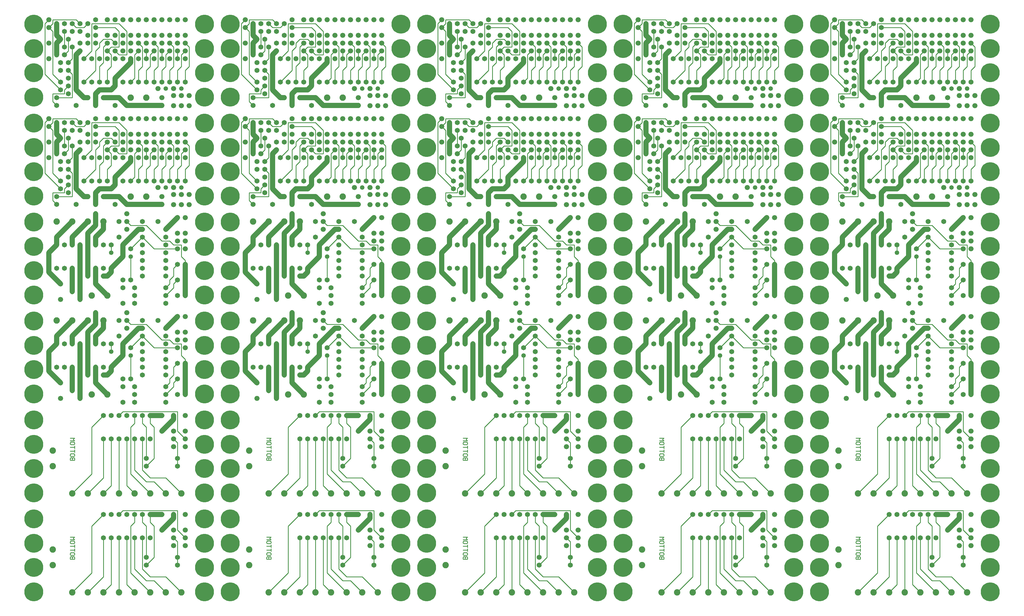
<source format=gbl>
%MOIN*%
%FSLAX25Y25*%
G04 D10 used for Character Trace; *
G04     Circle (OD=.01000) (No hole)*
G04 D11 used for Power Trace; *
G04     Circle (OD=.06700) (No hole)*
G04 D12 used for Signal Trace; *
G04     Circle (OD=.01100) (No hole)*
G04 D13 used for Via; *
G04     Circle (OD=.05800) (Round. Hole ID=.02800)*
G04 D14 used for Component hole; *
G04     Circle (OD=.06500) (Round. Hole ID=.03500)*
G04 D15 used for Component hole; *
G04     Circle (OD=.06600) (Round. Hole ID=.04200)*
G04 D16 used for Component hole; *
G04     Circle (OD=.08200) (Round. Hole ID=.05200)*
G04 D17 used for Component hole; *
G04     Circle (OD=.08950) (Round. Hole ID=.05950)*
G04 D18 used for Component hole; *
G04     Circle (OD=.11600) (Round. Hole ID=.08600)*
G04 D19 used for Component hole; *
G04     Circle (OD=.15500) (Round. Hole ID=.12500)*
G04 D20 used for Component hole; *
G04     Circle (OD=.18200) (Round. Hole ID=.15200)*
G04 D21 used for Component hole; *
G04     Circle (OD=.24300) (Round. Hole ID=.21300)*
%ADD10C,.01000*%
%ADD11C,.06700*%
%ADD12C,.01100*%
%ADD13C,.05800*%
%ADD14C,.06500*%
%ADD15C,.06600*%
%ADD16C,.08200*%
%ADD17C,.08950*%
%ADD18C,.11600*%
%ADD19C,.15500*%
%ADD20C,.18200*%
%ADD21C,.24300*%
%IPPOS*%
%LPD*%
G90*X0Y0D02*D21*X15625Y15625D03*Y46875D03*D16*    
X40000Y50000D03*D10*X63086Y65837D02*              
X62129Y65000D01*Y63326D01*X63086Y62489D01*        
X66914D01*X67871Y63326D01*Y65000D01*              
X66914Y65837D01*X63086D01*D16*X65000Y15000D03*D12*
X90000Y40000D01*Y100000D01*X105000Y115000D01*D14* 
D03*X115000D03*X125000D03*D12*X130000Y120000D01*  
X200000D01*Y95000D01*X210000Y85000D01*D15*D03*    
Y95000D03*Y75000D03*D12*X195000Y85000D02*         
X200000Y80000D01*D15*X195000Y85000D03*D12*        
X200000Y80000D02*Y60000D01*D14*D03*D12*Y50000D01* 
D14*D03*D12*X165000Y35000D02*X185000D01*          
X155000Y45000D02*X165000Y35000D01*                
X155000Y85000D02*Y45000D01*D14*Y85000D03*         
X165000D03*X145000D03*D12*Y45000D01*              
X160000Y30000D01*X170000D01*X185000Y15000D01*D16* 
D03*X205000D03*D12*X185000Y35000D01*D16*          
X165000Y15000D03*D12*X140000Y40000D01*Y100000D01* 
X145000Y105000D01*Y115000D01*D14*D03*D12*         
X155000D02*Y105000D01*D14*Y115000D03*D12*         
X165000D02*Y105000D01*D14*Y115000D03*D11*         
X180000D01*D14*D03*D12*X165000Y105000D02*         
X170000Y100000D01*Y60000D01*X160000Y50000D01*D14* 
D03*Y60000D03*D12*Y100000D01*X155000Y105000D01*   
D14*X135000Y85000D03*D12*Y25000D01*               
X145000Y15000D01*D16*D03*X125000D03*D12*Y85000D01*
D14*D03*X115000D03*D12*Y25000D01*X105000Y15000D01*
D16*D03*D12*X85000D02*X105000Y35000D01*D16*       
X85000Y15000D03*D12*X105000Y85000D02*Y35000D01*   
D14*Y85000D03*X135000Y115000D03*D10*              
X62129Y82489D02*X67871D01*X65957Y84163D01*        
X67871Y85837D01*X62129D01*X63086Y80837D02*        
X62129Y80000D01*Y78326D01*X63086Y77489D01*        
X66914D01*X67871Y78326D01*Y80000D01*              
X66914Y80837D01*X63086D01*X62129Y74163D02*        
X67871D01*Y72489D02*Y75837D01*X62129Y69163D02*    
X67871D01*Y67489D02*Y70837D01*X62129Y57489D02*    
X67871D01*Y60000D01*X66914Y60837D01*X65957D01*    
X65000Y60000D01*X64043Y60837D01*X63086D01*        
X62129Y60000D01*Y57489D01*X65000D02*Y60000D01*D16*
X40000Y70000D03*D14*X180000Y95000D03*D11*         
X195000Y110000D01*Y115000D01*D15*D03*X210000D03*  
X195000Y95000D03*D21*X234375Y78125D03*Y109375D03* 
D15*X195000Y75000D03*D21*X234375Y46875D03*        
Y15625D03*X15625Y109375D03*Y78125D03*G90*         
X2000Y0D02*X267625Y15625D03*Y46875D03*Y78125D03*  
Y109375D03*D16*X292000Y50000D03*Y70000D03*        
X317000Y15000D03*D12*X342000Y40000D01*Y100000D01* 
X357000Y115000D01*D14*D03*X367000D03*X377000D03*  
D12*X382000Y120000D01*X452000D01*Y95000D01*       
X462000Y85000D01*D15*D03*Y95000D03*Y75000D03*D12* 
X447000Y85000D02*X452000Y80000D01*D15*            
X447000Y85000D03*D12*X452000Y80000D02*Y60000D01*  
D14*D03*D12*Y50000D01*D14*D03*D12*                
X417000Y35000D02*X437000D01*X407000Y45000D02*     
X417000Y35000D01*X407000Y85000D02*Y45000D01*D14*  
Y85000D03*X417000D03*X397000D03*D12*Y45000D01*    
X412000Y30000D01*X422000D01*X437000Y15000D01*D16* 
D03*X457000D03*D12*X437000Y35000D01*D16*          
X417000Y15000D03*D12*X392000Y40000D01*Y100000D01* 
X397000Y105000D01*Y115000D01*D14*D03*D12*         
X407000D02*Y105000D01*D14*Y115000D03*D12*         
X417000D02*Y105000D01*D14*Y115000D03*D11*         
X432000D01*D14*D03*D12*X417000Y105000D02*         
X422000Y100000D01*Y60000D01*X412000Y50000D01*D14* 
D03*Y60000D03*D12*Y100000D01*X407000Y105000D01*   
D14*X387000Y85000D03*D12*Y25000D01*               
X397000Y15000D01*D16*D03*X377000D03*D12*Y85000D01*
D14*D03*X367000D03*D12*Y25000D01*X357000Y15000D01*
D16*D03*D12*X337000D02*X357000Y35000D01*D16*      
X337000Y15000D03*D12*X357000Y85000D02*Y35000D01*  
D14*Y85000D03*X387000Y115000D03*D10*              
X314129Y82489D02*X319871D01*X317957Y84163D01*     
X319871Y85837D01*X314129D01*X315086Y80837D02*     
X314129Y80000D01*Y78326D01*X315086Y77489D01*      
X318914D01*X319871Y78326D01*Y80000D01*            
X318914Y80837D01*X315086D01*X314129Y74163D02*     
X319871D01*Y72489D02*Y75837D01*X314129Y69163D02*  
X319871D01*Y67489D02*Y70837D01*X315086Y65837D02*  
X314129Y65000D01*Y63326D01*X315086Y62489D01*      
X318914D01*X319871Y63326D01*Y65000D01*            
X318914Y65837D01*X315086D01*X314129Y57489D02*     
X319871D01*Y60000D01*X318914Y60837D01*X317957D01* 
X317000Y60000D01*X316043Y60837D01*X315086D01*     
X314129Y60000D01*Y57489D01*X317000D02*Y60000D01*  
D14*X432000Y95000D03*D11*X447000Y110000D01*       
Y115000D01*D15*D03*X462000D03*X447000Y95000D03*   
D21*X486375Y78125D03*Y109375D03*D15*              
X447000Y75000D03*D21*X486375Y46875D03*Y15625D03*  
G90*X4000Y0D02*X519625Y15625D03*Y46875D03*        
Y78125D03*Y109375D03*D16*X544000Y50000D03*        
Y70000D03*X569000Y15000D03*D12*X594000Y40000D01*  
Y100000D01*X609000Y115000D01*D14*D03*X619000D03*  
X629000D03*D12*X634000Y120000D01*X704000D01*      
Y95000D01*X714000Y85000D01*D15*D03*Y95000D03*     
Y75000D03*D12*X699000Y85000D02*X704000Y80000D01*  
D15*X699000Y85000D03*D12*X704000Y80000D02*        
Y60000D01*D14*D03*D12*Y50000D01*D14*D03*D12*      
X669000Y35000D02*X689000D01*X659000Y45000D02*     
X669000Y35000D01*X659000Y85000D02*Y45000D01*D14*  
Y85000D03*X669000D03*X649000D03*D12*Y45000D01*    
X664000Y30000D01*X674000D01*X689000Y15000D01*D16* 
D03*X709000D03*D12*X689000Y35000D01*D16*          
X669000Y15000D03*D12*X644000Y40000D01*Y100000D01* 
X649000Y105000D01*Y115000D01*D14*D03*D12*         
X659000D02*Y105000D01*D14*Y115000D03*D12*         
X669000D02*Y105000D01*D14*Y115000D03*D11*         
X684000D01*D14*D03*D12*X669000Y105000D02*         
X674000Y100000D01*Y60000D01*X664000Y50000D01*D14* 
D03*Y60000D03*D12*Y100000D01*X659000Y105000D01*   
D14*X639000Y85000D03*D12*Y25000D01*               
X649000Y15000D01*D16*D03*X629000D03*D12*Y85000D01*
D14*D03*X619000D03*D12*Y25000D01*X609000Y15000D01*
D16*D03*D12*X589000D02*X609000Y35000D01*D16*      
X589000Y15000D03*D12*X609000Y85000D02*Y35000D01*  
D14*Y85000D03*X639000Y115000D03*D10*              
X566129Y82489D02*X571871D01*X569957Y84163D01*     
X571871Y85837D01*X566129D01*X567086Y80837D02*     
X566129Y80000D01*Y78326D01*X567086Y77489D01*      
X570914D01*X571871Y78326D01*Y80000D01*            
X570914Y80837D01*X567086D01*X566129Y74163D02*     
X571871D01*Y72489D02*Y75837D01*X566129Y69163D02*  
X571871D01*Y67489D02*Y70837D01*X567086Y65837D02*  
X566129Y65000D01*Y63326D01*X567086Y62489D01*      
X570914D01*X571871Y63326D01*Y65000D01*            
X570914Y65837D01*X567086D01*X566129Y57489D02*     
X571871D01*Y60000D01*X570914Y60837D01*X569957D01* 
X569000Y60000D01*X568043Y60837D01*X567086D01*     
X566129Y60000D01*Y57489D01*X569000D02*Y60000D01*  
D14*X684000Y95000D03*D11*X699000Y110000D01*       
Y115000D01*D15*D03*X714000D03*X699000Y95000D03*   
D21*X738375Y78125D03*Y109375D03*D15*              
X699000Y75000D03*D21*X738375Y46875D03*Y15625D03*  
G90*X1000Y0D02*X771625Y15625D03*Y46875D03*        
Y78125D03*Y109375D03*D16*X796000Y50000D03*        
Y70000D03*X821000Y15000D03*D12*X846000Y40000D01*  
Y100000D01*X861000Y115000D01*D14*D03*X871000D03*  
X881000D03*D12*X886000Y120000D01*X956000D01*      
Y95000D01*X966000Y85000D01*D15*D03*Y95000D03*     
Y75000D03*D12*X951000Y85000D02*X956000Y80000D01*  
D15*X951000Y85000D03*D12*X956000Y80000D02*        
Y60000D01*D14*D03*D12*Y50000D01*D14*D03*D12*      
X921000Y35000D02*X941000D01*X911000Y45000D02*     
X921000Y35000D01*X911000Y85000D02*Y45000D01*D14*  
Y85000D03*X921000D03*X901000D03*D12*Y45000D01*    
X916000Y30000D01*X926000D01*X941000Y15000D01*D16* 
D03*X961000D03*D12*X941000Y35000D01*D16*          
X921000Y15000D03*D12*X896000Y40000D01*Y100000D01* 
X901000Y105000D01*Y115000D01*D14*D03*D12*         
X911000D02*Y105000D01*D14*Y115000D03*D12*         
X921000D02*Y105000D01*D14*Y115000D03*D11*         
X936000D01*D14*D03*D12*X921000Y105000D02*         
X926000Y100000D01*Y60000D01*X916000Y50000D01*D14* 
D03*Y60000D03*D12*Y100000D01*X911000Y105000D01*   
D14*X891000Y85000D03*D12*Y25000D01*               
X901000Y15000D01*D16*D03*X881000D03*D12*Y85000D01*
D14*D03*X871000D03*D12*Y25000D01*X861000Y15000D01*
D16*D03*D12*X841000D02*X861000Y35000D01*D16*      
X841000Y15000D03*D12*X861000Y85000D02*Y35000D01*  
D14*Y85000D03*X891000Y115000D03*D10*              
X818129Y82489D02*X823871D01*X821957Y84163D01*     
X823871Y85837D01*X818129D01*X819086Y80837D02*     
X818129Y80000D01*Y78326D01*X819086Y77489D01*      
X822914D01*X823871Y78326D01*Y80000D01*            
X822914Y80837D01*X819086D01*X818129Y74163D02*     
X823871D01*Y72489D02*Y75837D01*X818129Y69163D02*  
X823871D01*Y67489D02*Y70837D01*X819086Y65837D02*  
X818129Y65000D01*Y63326D01*X819086Y62489D01*      
X822914D01*X823871Y63326D01*Y65000D01*            
X822914Y65837D01*X819086D01*X818129Y57489D02*     
X823871D01*Y60000D01*X822914Y60837D01*X821957D01* 
X821000Y60000D01*X820043Y60837D01*X819086D01*     
X818129Y60000D01*Y57489D01*X821000D02*Y60000D01*  
D14*X936000Y95000D03*D11*X951000Y110000D01*       
Y115000D01*D15*D03*X966000D03*X951000Y95000D03*   
D21*X990375Y78125D03*Y109375D03*D15*              
X951000Y75000D03*D21*X990375Y46875D03*Y15625D03*  
G90*X3000Y0D02*X1023625Y15625D03*Y46875D03*       
Y78125D03*Y109375D03*D16*X1048000Y50000D03*       
Y70000D03*X1073000Y15000D03*D12*X1098000Y40000D01*
Y100000D01*X1113000Y115000D01*D14*D03*X1123000D03*
X1133000D03*D12*X1138000Y120000D01*X1208000D01*   
Y95000D01*X1218000Y85000D01*D15*D03*Y95000D03*    
Y75000D03*D12*X1203000Y85000D02*X1208000Y80000D01*
D15*X1203000Y85000D03*D12*X1208000Y80000D02*      
Y60000D01*D14*D03*D12*Y50000D01*D14*D03*D12*      
X1173000Y35000D02*X1193000D01*X1163000Y45000D02*  
X1173000Y35000D01*X1163000Y85000D02*Y45000D01*D14*
Y85000D03*X1173000D03*X1153000D03*D12*Y45000D01*  
X1168000Y30000D01*X1178000D01*X1193000Y15000D01*  
D16*D03*X1213000D03*D12*X1193000Y35000D01*D16*    
X1173000Y15000D03*D12*X1148000Y40000D01*          
Y100000D01*X1153000Y105000D01*Y115000D01*D14*D03* 
D12*X1163000D02*Y105000D01*D14*Y115000D03*D12*    
X1173000D02*Y105000D01*D14*Y115000D03*D11*        
X1188000D01*D14*D03*D12*X1173000Y105000D02*       
X1178000Y100000D01*Y60000D01*X1168000Y50000D01*   
D14*D03*Y60000D03*D12*Y100000D01*                 
X1163000Y105000D01*D14*X1143000Y85000D03*D12*     
Y25000D01*X1153000Y15000D01*D16*D03*X1133000D03*  
D12*Y85000D01*D14*D03*X1123000D03*D12*Y25000D01*  
X1113000Y15000D01*D16*D03*D12*X1093000D02*        
X1113000Y35000D01*D16*X1093000Y15000D03*D12*      
X1113000Y85000D02*Y35000D01*D14*Y85000D03*        
X1143000Y115000D03*D10*X1070129Y82489D02*         
X1075871D01*X1073957Y84163D01*X1075871Y85837D01*  
X1070129D01*X1071086Y80837D02*X1070129Y80000D01*  
Y78326D01*X1071086Y77489D01*X1074914D01*          
X1075871Y78326D01*Y80000D01*X1074914Y80837D01*    
X1071086D01*X1070129Y74163D02*X1075871D01*        
Y72489D02*Y75837D01*X1070129Y69163D02*X1075871D01*
Y67489D02*Y70837D01*X1071086Y65837D02*            
X1070129Y65000D01*Y63326D01*X1071086Y62489D01*    
X1074914D01*X1075871Y63326D01*Y65000D01*          
X1074914Y65837D01*X1071086D01*X1070129Y57489D02*  
X1075871D01*Y60000D01*X1074914Y60837D01*          
X1073957D01*X1073000Y60000D01*X1072043Y60837D01*  
X1071086D01*X1070129Y60000D01*Y57489D01*          
X1073000D02*Y60000D01*D14*X1188000Y95000D03*D11*  
X1203000Y110000D01*Y115000D01*D15*D03*X1218000D03*
X1203000Y95000D03*D21*X1242375Y78125D03*          
Y109375D03*D15*X1203000Y75000D03*D21*             
X1242375Y46875D03*Y15625D03*G90*X0Y2000D02*D16*   
X125000Y142000D03*D12*Y212000D01*D14*D03*         
X135000D03*D12*Y152000D01*X145000Y142000D01*D16*  
D03*D12*Y172000D02*X160000Y157000D01*             
X145000Y212000D02*Y172000D01*D14*Y212000D03*      
X155000D03*D12*Y172000D01*X165000Y162000D01*      
X185000D01*X205000Y142000D01*D16*D03*X185000D03*  
D12*X170000Y157000D01*X160000D01*D16*             
X165000Y142000D03*D12*X140000Y167000D01*          
Y227000D01*X145000Y232000D01*Y242000D01*D14*D03*  
D12*X155000D02*Y232000D01*D14*Y242000D03*D12*     
X165000D02*Y232000D01*D14*Y242000D03*D11*         
X180000D01*D14*D03*D12*X165000Y232000D02*         
X170000Y227000D01*Y187000D01*X160000Y177000D01*   
D14*D03*Y187000D03*D12*Y227000D01*                
X155000Y232000D01*D14*X135000Y242000D03*          
X165000Y212000D03*D12*X125000Y242000D02*          
X130000Y247000D01*D14*X125000Y242000D03*D12*      
X130000Y247000D02*X200000D01*Y222000D01*          
X210000Y212000D01*D15*D03*Y222000D03*Y202000D03*  
D12*X195000Y212000D02*X200000Y207000D01*D15*      
X195000Y212000D03*D12*X200000Y207000D02*          
Y187000D01*D14*D03*D12*Y177000D01*D14*D03*D15*    
X195000Y202000D03*D21*X234375Y142625D03*          
Y173875D03*Y205125D03*D15*X195000Y222000D03*D14*  
X180000D03*D11*X195000Y237000D01*Y242000D01*D15*  
D03*X210000D03*D21*X234375Y236375D03*D14*         
X115000Y242000D03*Y212000D03*D12*Y152000D01*      
X105000Y142000D01*D16*D03*D12*X85000D02*          
X105000Y162000D01*D16*X85000Y142000D03*D12*       
X105000Y212000D02*Y162000D01*D14*Y212000D03*D12*  
X90000Y227000D02*Y167000D01*X65000Y142000D01*D16* 
D03*X40000Y177000D03*D10*X62129Y184489D02*        
X67871D01*Y187000D01*X66914Y187837D01*X65957D01*  
X65000Y187000D01*X64043Y187837D01*X63086D01*      
X62129Y187000D01*Y184489D01*X65000D02*Y187000D01* 
D21*X15625Y173875D03*D10*X63086Y192837D02*        
X62129Y192000D01*Y190326D01*X63086Y189489D01*     
X66914D01*X67871Y190326D01*Y192000D01*            
X66914Y192837D01*X63086D01*D21*X15625Y142625D03*  
D10*X62129Y196163D02*X67871D01*Y194489D02*        
Y197837D01*D16*X40000Y197000D03*D10*              
X62129Y201163D02*X67871D01*Y199489D02*Y202837D01* 
X63086Y207837D02*X62129Y207000D01*Y205326D01*     
X63086Y204489D01*X66914D01*X67871Y205326D01*      
Y207000D01*X66914Y207837D01*X63086D01*D21*        
X15625Y205125D03*D10*X62129Y209489D02*X67871D01*  
X65957Y211163D01*X67871Y212837D01*X62129D01*D12*  
X90000Y227000D02*X105000Y242000D01*D14*D03*D21*   
X15625Y236375D03*G90*X2000Y2000D02*               
X267625Y142625D03*Y173875D03*Y205125D03*          
Y236375D03*D16*X292000Y177000D03*Y197000D03*      
X317000Y142000D03*D12*X342000Y167000D01*          
Y227000D01*X357000Y242000D01*D14*D03*X367000D03*  
X377000D03*D12*X382000Y247000D01*X452000D01*      
Y222000D01*X462000Y212000D01*D15*D03*Y222000D03*  
Y202000D03*D12*X447000Y212000D02*                 
X452000Y207000D01*D15*X447000Y212000D03*D12*      
X452000Y207000D02*Y187000D01*D14*D03*D12*         
Y177000D01*D14*D03*D12*X417000Y162000D02*         
X437000D01*X407000Y172000D02*X417000Y162000D01*   
X407000Y212000D02*Y172000D01*D14*Y212000D03*      
X417000D03*X397000D03*D12*Y172000D01*             
X412000Y157000D01*X422000D01*X437000Y142000D01*   
D16*D03*X457000D03*D12*X437000Y162000D01*D16*     
X417000Y142000D03*D12*X392000Y167000D01*          
Y227000D01*X397000Y232000D01*Y242000D01*D14*D03*  
D12*X407000D02*Y232000D01*D14*Y242000D03*D12*     
X417000D02*Y232000D01*D14*Y242000D03*D11*         
X432000D01*D14*D03*D12*X417000Y232000D02*         
X422000Y227000D01*Y187000D01*X412000Y177000D01*   
D14*D03*Y187000D03*D12*Y227000D01*                
X407000Y232000D01*D14*X387000Y212000D03*D12*      
Y152000D01*X397000Y142000D01*D16*D03*X377000D03*  
D12*Y212000D01*D14*D03*X367000D03*D12*Y152000D01* 
X357000Y142000D01*D16*D03*D12*X337000D02*         
X357000Y162000D01*D16*X337000Y142000D03*D12*      
X357000Y212000D02*Y162000D01*D14*Y212000D03*      
X387000Y242000D03*D10*X314129Y209489D02*          
X319871D01*X317957Y211163D01*X319871Y212837D01*   
X314129D01*X315086Y207837D02*X314129Y207000D01*   
Y205326D01*X315086Y204489D01*X318914D01*          
X319871Y205326D01*Y207000D01*X318914Y207837D01*   
X315086D01*X314129Y201163D02*X319871D01*          
Y199489D02*Y202837D01*X314129Y196163D02*          
X319871D01*Y194489D02*Y197837D01*                 
X315086Y192837D02*X314129Y192000D01*Y190326D01*   
X315086Y189489D01*X318914D01*X319871Y190326D01*   
Y192000D01*X318914Y192837D01*X315086D01*          
X314129Y184489D02*X319871D01*Y187000D01*          
X318914Y187837D01*X317957D01*X317000Y187000D01*   
X316043Y187837D01*X315086D01*X314129Y187000D01*   
Y184489D01*X317000D02*Y187000D01*D14*             
X432000Y222000D03*D11*X447000Y237000D01*          
Y242000D01*D15*D03*X462000D03*X447000Y222000D03*  
D21*X486375Y205125D03*Y236375D03*D15*             
X447000Y202000D03*D21*X486375Y173875D03*          
Y142625D03*G90*X4000Y2000D02*X519625Y142625D03*   
Y173875D03*Y205125D03*Y236375D03*D16*             
X544000Y177000D03*Y197000D03*X569000Y142000D03*   
D12*X594000Y167000D01*Y227000D01*                 
X609000Y242000D01*D14*D03*X619000D03*X629000D03*  
D12*X634000Y247000D01*X704000D01*Y222000D01*      
X714000Y212000D01*D15*D03*Y222000D03*Y202000D03*  
D12*X699000Y212000D02*X704000Y207000D01*D15*      
X699000Y212000D03*D12*X704000Y207000D02*          
Y187000D01*D14*D03*D12*Y177000D01*D14*D03*D12*    
X669000Y162000D02*X689000D01*X659000Y172000D02*   
X669000Y162000D01*X659000Y212000D02*Y172000D01*   
D14*Y212000D03*X669000D03*X649000D03*D12*         
Y172000D01*X664000Y157000D01*X674000D01*          
X689000Y142000D01*D16*D03*X709000D03*D12*         
X689000Y162000D01*D16*X669000Y142000D03*D12*      
X644000Y167000D01*Y227000D01*X649000Y232000D01*   
Y242000D01*D14*D03*D12*X659000D02*Y232000D01*D14* 
Y242000D03*D12*X669000D02*Y232000D01*D14*         
Y242000D03*D11*X684000D01*D14*D03*D12*            
X669000Y232000D02*X674000Y227000D01*Y187000D01*   
X664000Y177000D01*D14*D03*Y187000D03*D12*         
Y227000D01*X659000Y232000D01*D14*                 
X639000Y212000D03*D12*Y152000D01*                 
X649000Y142000D01*D16*D03*X629000D03*D12*         
Y212000D01*D14*D03*X619000D03*D12*Y152000D01*     
X609000Y142000D01*D16*D03*D12*X589000D02*         
X609000Y162000D01*D16*X589000Y142000D03*D12*      
X609000Y212000D02*Y162000D01*D14*Y212000D03*      
X639000Y242000D03*D10*X566129Y209489D02*          
X571871D01*X569957Y211163D01*X571871Y212837D01*   
X566129D01*X567086Y207837D02*X566129Y207000D01*   
Y205326D01*X567086Y204489D01*X570914D01*          
X571871Y205326D01*Y207000D01*X570914Y207837D01*   
X567086D01*X566129Y201163D02*X571871D01*          
Y199489D02*Y202837D01*X566129Y196163D02*          
X571871D01*Y194489D02*Y197837D01*                 
X567086Y192837D02*X566129Y192000D01*Y190326D01*   
X567086Y189489D01*X570914D01*X571871Y190326D01*   
Y192000D01*X570914Y192837D01*X567086D01*          
X566129Y184489D02*X571871D01*Y187000D01*          
X570914Y187837D01*X569957D01*X569000Y187000D01*   
X568043Y187837D01*X567086D01*X566129Y187000D01*   
Y184489D01*X569000D02*Y187000D01*D14*             
X684000Y222000D03*D11*X699000Y237000D01*          
Y242000D01*D15*D03*X714000D03*X699000Y222000D03*  
D21*X738375Y205125D03*Y236375D03*D15*             
X699000Y202000D03*D21*X738375Y173875D03*          
Y142625D03*G90*X1000Y2000D02*X771625Y142625D03*   
Y173875D03*Y205125D03*Y236375D03*D16*             
X796000Y177000D03*Y197000D03*X821000Y142000D03*   
D12*X846000Y167000D01*Y227000D01*                 
X861000Y242000D01*D14*D03*X871000D03*X881000D03*  
D12*X886000Y247000D01*X956000D01*Y222000D01*      
X966000Y212000D01*D15*D03*Y222000D03*Y202000D03*  
D12*X951000Y212000D02*X956000Y207000D01*D15*      
X951000Y212000D03*D12*X956000Y207000D02*          
Y187000D01*D14*D03*D12*Y177000D01*D14*D03*D12*    
X921000Y162000D02*X941000D01*X911000Y172000D02*   
X921000Y162000D01*X911000Y212000D02*Y172000D01*   
D14*Y212000D03*X921000D03*X901000D03*D12*         
Y172000D01*X916000Y157000D01*X926000D01*          
X941000Y142000D01*D16*D03*X961000D03*D12*         
X941000Y162000D01*D16*X921000Y142000D03*D12*      
X896000Y167000D01*Y227000D01*X901000Y232000D01*   
Y242000D01*D14*D03*D12*X911000D02*Y232000D01*D14* 
Y242000D03*D12*X921000D02*Y232000D01*D14*         
Y242000D03*D11*X936000D01*D14*D03*D12*            
X921000Y232000D02*X926000Y227000D01*Y187000D01*   
X916000Y177000D01*D14*D03*Y187000D03*D12*         
Y227000D01*X911000Y232000D01*D14*                 
X891000Y212000D03*D12*Y152000D01*                 
X901000Y142000D01*D16*D03*X881000D03*D12*         
Y212000D01*D14*D03*X871000D03*D12*Y152000D01*     
X861000Y142000D01*D16*D03*D12*X841000D02*         
X861000Y162000D01*D16*X841000Y142000D03*D12*      
X861000Y212000D02*Y162000D01*D14*Y212000D03*      
X891000Y242000D03*D10*X818129Y209489D02*          
X823871D01*X821957Y211163D01*X823871Y212837D01*   
X818129D01*X819086Y207837D02*X818129Y207000D01*   
Y205326D01*X819086Y204489D01*X822914D01*          
X823871Y205326D01*Y207000D01*X822914Y207837D01*   
X819086D01*X818129Y201163D02*X823871D01*          
Y199489D02*Y202837D01*X818129Y196163D02*          
X823871D01*Y194489D02*Y197837D01*                 
X819086Y192837D02*X818129Y192000D01*Y190326D01*   
X819086Y189489D01*X822914D01*X823871Y190326D01*   
Y192000D01*X822914Y192837D01*X819086D01*          
X818129Y184489D02*X823871D01*Y187000D01*          
X822914Y187837D01*X821957D01*X821000Y187000D01*   
X820043Y187837D01*X819086D01*X818129Y187000D01*   
Y184489D01*X821000D02*Y187000D01*D14*             
X936000Y222000D03*D11*X951000Y237000D01*          
Y242000D01*D15*D03*X966000D03*X951000Y222000D03*  
D21*X990375Y205125D03*Y236375D03*D15*             
X951000Y202000D03*D21*X990375Y173875D03*          
Y142625D03*G90*X3000Y2000D02*X1023625Y142625D03*  
Y173875D03*Y205125D03*Y236375D03*D16*             
X1048000Y177000D03*Y197000D03*X1073000Y142000D03* 
D12*X1098000Y167000D01*Y227000D01*                
X1113000Y242000D01*D14*D03*X1123000D03*           
X1133000D03*D12*X1138000Y247000D01*X1208000D01*   
Y222000D01*X1218000Y212000D01*D15*D03*Y222000D03* 
Y202000D03*D12*X1203000Y212000D02*                
X1208000Y207000D01*D15*X1203000Y212000D03*D12*    
X1208000Y207000D02*Y187000D01*D14*D03*D12*        
Y177000D01*D14*D03*D12*X1173000Y162000D02*        
X1193000D01*X1163000Y172000D02*X1173000Y162000D01*
X1163000Y212000D02*Y172000D01*D14*Y212000D03*     
X1173000D03*X1153000D03*D12*Y172000D01*           
X1168000Y157000D01*X1178000D01*X1193000Y142000D01*
D16*D03*X1213000D03*D12*X1193000Y162000D01*D16*   
X1173000Y142000D03*D12*X1148000Y167000D01*        
Y227000D01*X1153000Y232000D01*Y242000D01*D14*D03* 
D12*X1163000D02*Y232000D01*D14*Y242000D03*D12*    
X1173000D02*Y232000D01*D14*Y242000D03*D11*        
X1188000D01*D14*D03*D12*X1173000Y232000D02*       
X1178000Y227000D01*Y187000D01*X1168000Y177000D01* 
D14*D03*Y187000D03*D12*Y227000D01*                
X1163000Y232000D01*D14*X1143000Y212000D03*D12*    
Y152000D01*X1153000Y142000D01*D16*D03*X1133000D03*
D12*Y212000D01*D14*D03*X1123000D03*D12*Y152000D01*
X1113000Y142000D01*D16*D03*D12*X1093000D02*       
X1113000Y162000D01*D16*X1093000Y142000D03*D12*    
X1113000Y212000D02*Y162000D01*D14*Y212000D03*     
X1143000Y242000D03*D10*X1070129Y209489D02*        
X1075871D01*X1073957Y211163D01*X1075871Y212837D01*
X1070129D01*X1071086Y207837D02*X1070129Y207000D01*
Y205326D01*X1071086Y204489D01*X1074914D01*        
X1075871Y205326D01*Y207000D01*X1074914Y207837D01* 
X1071086D01*X1070129Y201163D02*X1075871D01*       
Y199489D02*Y202837D01*X1070129Y196163D02*         
X1075871D01*Y194489D02*Y197837D01*                
X1071086Y192837D02*X1070129Y192000D01*Y190326D01* 
X1071086Y189489D01*X1074914D01*X1075871Y190326D01*
Y192000D01*X1074914Y192837D01*X1071086D01*        
X1070129Y184489D02*X1075871D01*Y187000D01*        
X1074914Y187837D01*X1073957D01*X1073000Y187000D01*
X1072043Y187837D01*X1071086D01*X1070129Y187000D01*
Y184489D01*X1073000D02*Y187000D01*D14*            
X1188000Y222000D03*D11*X1203000Y237000D01*        
Y242000D01*D15*D03*X1218000D03*X1203000Y222000D03*
D21*X1242375Y205125D03*Y236375D03*D15*            
X1203000Y202000D03*D21*X1242375Y173875D03*        
Y142625D03*G90*X0Y4000D02*D14*X185000Y259000D03*  
X145000D03*X130000D03*D13*X75000Y264000D03*D11*   
Y304000D01*D14*D03*D11*Y334000D01*D14*D03*D11*    
X65000Y344000D02*Y334000D01*D14*D03*D11*          
Y344000D02*X85000Y364000D01*D16*D03*D13*          
X95000Y374000D03*D11*Y359000D01*X85000Y349000D01* 
Y334000D01*D14*D03*D11*Y304000D01*D14*D03*D11*    
Y294000D01*D14*D03*D11*X95000Y304000D02*          
Y284000D01*D14*Y304000D03*X105000Y294000D03*D11*  
X110000D01*X115000Y299000D01*Y304000D01*D14*D03*  
D11*X130000Y319000D01*Y329000D01*D14*D03*D11*     
Y334000D01*X150000Y354000D01*X155000D01*D14*D03*  
D12*X140000Y359000D02*X160000D01*                 
X135000Y364000D02*X140000Y359000D01*D15*          
X135000Y364000D03*Y374000D03*D14*                 
X125000Y364000D03*D15*X135000Y354000D03*D14*      
X155000Y344000D03*D12*X140000Y329000D01*D14*D03*  
D13*Y319000D03*D12*Y289000D01*D14*D03*            
X130000Y279000D03*Y289000D03*X145000Y279000D03*   
X155000Y304000D03*Y294000D03*X145000Y269000D03*   
X155000Y314000D03*D16*X110000Y269000D03*D11*      
X95000Y284000D01*D16*X90000Y269000D03*D14*        
X105000Y304000D03*X65000D03*D11*Y274000D01*D13*   
D03*D15*X50000Y284000D03*D11*X35000Y299000D01*    
Y324000D01*X45000Y334000D01*D14*D03*D11*          
Y344000D01*X65000Y364000D01*D16*D03*X45000D03*D14*
X95000Y334000D03*D11*Y344000D01*X105000Y354000D01*
Y364000D01*D16*D03*D14*X125000Y344000D03*         
X105000Y334000D03*X115000D03*D12*Y324000D01*D13*  
D03*D14*X155000Y364000D03*Y324000D03*Y334000D03*  
D12*Y344000D02*X170000Y329000D01*X200000D01*D15*  
D03*D12*X195000Y334000D02*X205000D01*             
X190000Y339000D02*X195000Y334000D01*              
X180000Y339000D02*X190000D01*X160000Y359000D02*   
X180000Y339000D01*D14*X175000Y364000D03*          
X185000Y334000D03*Y344000D03*Y354000D03*D11*      
X200000Y369000D01*D15*D03*X210000D03*             
X200000Y349000D03*X210000D03*X200000Y339000D03*   
X210000D03*D21*X234375Y332125D03*Y363375D03*D12*  
X205000Y334000D02*Y319000D01*X210000Y314000D01*   
Y309000D01*D14*D03*D11*Y289000D01*D14*D03*D11*    
Y269000D01*D14*D03*X200000D03*D12*                
X195000Y284000D02*Y279000D01*X185000Y269000D01*   
D14*D03*Y279000D03*D12*X190000Y284000D01*         
Y289000D01*X195000Y294000D01*Y304000D01*          
X200000Y309000D01*D14*D03*X185000Y324000D03*      
Y294000D03*Y314000D03*Y304000D03*D15*             
X210000Y329000D03*D14*X200000Y289000D03*D12*      
X195000Y284000D01*D21*X234375Y269625D03*          
Y300875D03*D14*X55000Y334000D03*Y304000D03*D15*   
X50000Y264000D03*D14*X45000Y304000D03*D21*        
X15625Y363375D03*Y332125D03*Y300875D03*Y269625D03*
G90*X2000Y4000D02*X267625Y269625D03*D11*          
X287000Y324000D02*Y299000D01*Y324000D02*          
X297000Y334000D01*D14*D03*D11*Y344000D01*         
X317000Y364000D01*D16*D03*D11*X337000Y349000D02*  
Y334000D01*D14*D03*D11*Y304000D01*D14*D03*D11*    
Y294000D01*D14*D03*D11*X347000Y304000D02*         
Y284000D01*D14*Y304000D03*X357000Y294000D03*D11*  
X362000D01*X367000Y299000D01*Y304000D01*D14*D03*  
D11*X382000Y319000D01*Y329000D01*D14*D03*D11*     
Y334000D01*X402000Y354000D01*X407000D01*D14*D03*  
D12*X392000Y359000D02*X412000D01*                 
X387000Y364000D02*X392000Y359000D01*D15*          
X387000Y364000D03*Y374000D03*D14*                 
X377000Y364000D03*D15*X387000Y354000D03*D14*      
X407000Y344000D03*D12*X392000Y329000D01*D14*D03*  
D13*Y319000D03*D12*Y289000D01*D14*D03*            
X382000Y279000D03*Y289000D03*X397000Y279000D03*   
X407000Y304000D03*Y294000D03*X397000Y269000D03*   
X407000Y314000D03*X382000Y259000D03*X397000D03*   
D16*X362000Y269000D03*D11*X347000Y284000D01*D16*  
X342000Y269000D03*D14*X327000Y304000D03*D11*      
Y334000D01*D14*D03*D11*X317000Y344000D02*         
Y334000D01*D14*D03*D11*Y344000D02*                
X337000Y364000D01*D16*D03*D13*X347000Y374000D03*  
D11*Y359000D01*X337000Y349000D01*                 
X347000Y344000D02*Y334000D01*D14*D03*X357000D03*  
D11*X347000Y344000D02*X357000Y354000D01*          
Y364000D01*D16*D03*D14*X377000Y344000D03*         
X367000Y334000D03*D12*Y324000D01*D13*D03*D14*     
X357000Y304000D03*X407000Y364000D03*Y324000D03*   
Y334000D03*D12*Y344000D02*X422000Y329000D01*      
X452000D01*D15*D03*D12*X447000Y334000D02*         
X457000D01*X442000Y339000D02*X447000Y334000D01*   
X432000Y339000D02*X442000D01*X412000Y359000D02*   
X432000Y339000D01*D14*X427000Y364000D03*          
X437000Y334000D03*Y344000D03*Y354000D03*D11*      
X452000Y369000D01*D15*D03*X462000D03*             
X452000Y349000D03*X462000D03*X452000Y339000D03*   
X462000D03*D21*X486375Y332125D03*Y363375D03*D12*  
X457000Y334000D02*Y319000D01*X462000Y314000D01*   
Y309000D01*D14*D03*D11*Y289000D01*D14*D03*D11*    
Y269000D01*D14*D03*X452000D03*D12*                
X447000Y284000D02*Y279000D01*X437000Y269000D01*   
D14*D03*Y279000D03*D12*X442000Y284000D01*         
Y289000D01*X447000Y294000D01*Y304000D01*          
X452000Y309000D01*D14*D03*X437000Y324000D03*      
Y294000D03*Y314000D03*Y304000D03*D15*             
X462000Y329000D03*D14*X452000Y289000D03*D12*      
X447000Y284000D01*D14*X437000Y259000D03*D21*      
X486375Y269625D03*Y300875D03*D11*                 
X327000Y304000D02*Y264000D01*D13*D03*             
X317000Y274000D03*D11*Y304000D01*D14*D03*         
X307000D03*D15*X302000Y284000D03*D11*             
X287000Y299000D01*D14*X297000Y304000D03*D21*      
X267625Y300875D03*D14*X307000Y334000D03*D15*      
X302000Y264000D03*D21*X267625Y332125D03*D16*      
X297000Y364000D03*D21*X267625Y363375D03*G90*      
X4000Y4000D02*X519625Y269625D03*Y300875D03*       
Y332125D03*Y363375D03*D11*X539000Y324000D02*      
Y299000D01*Y324000D02*X549000Y334000D01*D14*D03*  
D11*Y344000D01*X569000Y364000D01*D16*D03*D11*     
X589000Y349000D02*Y334000D01*D14*D03*D11*         
Y304000D01*D14*D03*D11*Y294000D01*D14*D03*D11*    
X599000Y304000D02*Y284000D01*D14*Y304000D03*      
X609000Y294000D03*D11*X614000D01*                 
X619000Y299000D01*Y304000D01*D14*D03*D11*         
X634000Y319000D01*Y329000D01*D14*D03*D11*         
Y334000D01*X654000Y354000D01*X659000D01*D14*D03*  
D12*X644000Y359000D02*X664000D01*                 
X639000Y364000D02*X644000Y359000D01*D15*          
X639000Y364000D03*Y374000D03*D14*                 
X629000Y364000D03*D15*X639000Y354000D03*D14*      
X659000Y344000D03*D12*X644000Y329000D01*D14*D03*  
D13*Y319000D03*D12*Y289000D01*D14*D03*            
X634000Y279000D03*Y289000D03*X649000Y279000D03*   
X659000Y304000D03*Y294000D03*X649000Y269000D03*   
X659000Y314000D03*X634000Y259000D03*X649000D03*   
D16*X614000Y269000D03*D11*X599000Y284000D01*D16*  
X594000Y269000D03*D14*X579000Y304000D03*D11*      
Y334000D01*D14*D03*D11*X569000Y344000D02*         
Y334000D01*D14*D03*D11*Y344000D02*                
X589000Y364000D01*D16*D03*D13*X599000Y374000D03*  
D11*Y359000D01*X589000Y349000D01*                 
X599000Y344000D02*Y334000D01*D14*D03*X609000D03*  
D11*X599000Y344000D02*X609000Y354000D01*          
Y364000D01*D16*D03*D14*X629000Y344000D03*         
X619000Y334000D03*D12*Y324000D01*D13*D03*D14*     
X609000Y304000D03*X659000Y364000D03*Y324000D03*   
Y334000D03*D12*Y344000D02*X674000Y329000D01*      
X704000D01*D15*D03*D12*X699000Y334000D02*         
X709000D01*X694000Y339000D02*X699000Y334000D01*   
X684000Y339000D02*X694000D01*X664000Y359000D02*   
X684000Y339000D01*D14*X679000Y364000D03*          
X689000Y334000D03*Y344000D03*Y354000D03*D11*      
X704000Y369000D01*D15*D03*X714000D03*             
X704000Y349000D03*X714000D03*X704000Y339000D03*   
X714000D03*D21*X738375Y332125D03*Y363375D03*D12*  
X709000Y334000D02*Y319000D01*X714000Y314000D01*   
Y309000D01*D14*D03*D11*Y289000D01*D14*D03*D11*    
Y269000D01*D14*D03*X704000D03*D12*                
X699000Y284000D02*Y279000D01*X689000Y269000D01*   
D14*D03*Y279000D03*D12*X694000Y284000D01*         
Y289000D01*X699000Y294000D01*Y304000D01*          
X704000Y309000D01*D14*D03*X689000Y324000D03*      
Y294000D03*Y314000D03*Y304000D03*D15*             
X714000Y329000D03*D14*X704000Y289000D03*D12*      
X699000Y284000D01*D14*X689000Y259000D03*D21*      
X738375Y269625D03*Y300875D03*D11*                 
X579000Y304000D02*Y264000D01*D13*D03*             
X569000Y274000D03*D11*Y304000D01*D14*D03*         
X559000D03*D15*X554000Y284000D03*D11*             
X539000Y299000D01*D14*X549000Y304000D03*          
X559000Y334000D03*D15*X554000Y264000D03*D16*      
X549000Y364000D03*G90*X1000Y4000D02*D21*          
X771625Y269625D03*Y300875D03*Y332125D03*          
Y363375D03*D11*X791000Y324000D02*Y299000D01*      
Y324000D02*X801000Y334000D01*D14*D03*D11*         
Y344000D01*X821000Y364000D01*D16*D03*D11*         
X841000Y349000D02*Y334000D01*D14*D03*D11*         
Y304000D01*D14*D03*D11*Y294000D01*D14*D03*D11*    
X851000Y304000D02*Y284000D01*D14*Y304000D03*      
X861000Y294000D03*D11*X866000D01*                 
X871000Y299000D01*Y304000D01*D14*D03*D11*         
X886000Y319000D01*Y329000D01*D14*D03*D11*         
Y334000D01*X906000Y354000D01*X911000D01*D14*D03*  
D12*X896000Y359000D02*X916000D01*                 
X891000Y364000D02*X896000Y359000D01*D15*          
X891000Y364000D03*Y374000D03*D14*                 
X881000Y364000D03*D15*X891000Y354000D03*D14*      
X911000Y344000D03*D12*X896000Y329000D01*D14*D03*  
D13*Y319000D03*D12*Y289000D01*D14*D03*            
X886000Y279000D03*Y289000D03*X901000Y279000D03*   
X911000Y304000D03*Y294000D03*X901000Y269000D03*   
X911000Y314000D03*X886000Y259000D03*X901000D03*   
D16*X866000Y269000D03*D11*X851000Y284000D01*D16*  
X846000Y269000D03*D14*X831000Y304000D03*D11*      
Y334000D01*D14*D03*D11*X821000Y344000D02*         
Y334000D01*D14*D03*D11*Y344000D02*                
X841000Y364000D01*D16*D03*D13*X851000Y374000D03*  
D11*Y359000D01*X841000Y349000D01*                 
X851000Y344000D02*Y334000D01*D14*D03*X861000D03*  
D11*X851000Y344000D02*X861000Y354000D01*          
Y364000D01*D16*D03*D14*X881000Y344000D03*         
X871000Y334000D03*D12*Y324000D01*D13*D03*D14*     
X861000Y304000D03*X911000Y364000D03*Y324000D03*   
Y334000D03*D12*Y344000D02*X926000Y329000D01*      
X956000D01*D15*D03*D12*X951000Y334000D02*         
X961000D01*X946000Y339000D02*X951000Y334000D01*   
X936000Y339000D02*X946000D01*X916000Y359000D02*   
X936000Y339000D01*D14*X931000Y364000D03*          
X941000Y334000D03*Y344000D03*Y354000D03*D11*      
X956000Y369000D01*D15*D03*X966000D03*             
X956000Y349000D03*X966000D03*X956000Y339000D03*   
X966000D03*D21*X990375Y332125D03*Y363375D03*D12*  
X961000Y334000D02*Y319000D01*X966000Y314000D01*   
Y309000D01*D14*D03*D11*Y289000D01*D14*D03*D11*    
Y269000D01*D14*D03*X956000D03*D12*                
X951000Y284000D02*Y279000D01*X941000Y269000D01*   
D14*D03*Y279000D03*D12*X946000Y284000D01*         
Y289000D01*X951000Y294000D01*Y304000D01*          
X956000Y309000D01*D14*D03*X941000Y324000D03*      
Y294000D03*Y314000D03*Y304000D03*D15*             
X966000Y329000D03*D14*X956000Y289000D03*D12*      
X951000Y284000D01*D14*X941000Y259000D03*D21*      
X990375Y269625D03*Y300875D03*D11*                 
X831000Y304000D02*Y264000D01*D13*D03*             
X821000Y274000D03*D11*Y304000D01*D14*D03*         
X811000D03*D15*X806000Y284000D03*D11*             
X791000Y299000D01*D14*X801000Y304000D03*          
X811000Y334000D03*D15*X806000Y264000D03*D16*      
X801000Y364000D03*G90*X3000Y4000D02*D21*          
X1023625Y269625D03*Y300875D03*Y332125D03*         
Y363375D03*D11*X1043000Y324000D02*Y299000D01*     
Y324000D02*X1053000Y334000D01*D14*D03*D11*        
Y344000D01*X1073000Y364000D01*D16*D03*D11*        
X1093000Y349000D02*Y334000D01*D14*D03*D11*        
Y304000D01*D14*D03*D11*Y294000D01*D14*D03*D11*    
X1103000Y304000D02*Y284000D01*D14*Y304000D03*     
X1113000Y294000D03*D11*X1118000D01*               
X1123000Y299000D01*Y304000D01*D14*D03*D11*        
X1138000Y319000D01*Y329000D01*D14*D03*D11*        
Y334000D01*X1158000Y354000D01*X1163000D01*D14*D03*
D12*X1148000Y359000D02*X1168000D01*               
X1143000Y364000D02*X1148000Y359000D01*D15*        
X1143000Y364000D03*Y374000D03*D14*                
X1133000Y364000D03*D15*X1143000Y354000D03*D14*    
X1163000Y344000D03*D12*X1148000Y329000D01*D14*D03*
D13*Y319000D03*D12*Y289000D01*D14*D03*            
X1138000Y279000D03*Y289000D03*X1153000Y279000D03* 
X1163000Y304000D03*Y294000D03*X1153000Y269000D03* 
X1163000Y314000D03*X1138000Y259000D03*X1153000D03*
D16*X1118000Y269000D03*D11*X1103000Y284000D01*D16*
X1098000Y269000D03*D14*X1083000Y304000D03*D11*    
Y334000D01*D14*D03*D11*X1073000Y344000D02*        
Y334000D01*D14*D03*D11*Y344000D02*                
X1093000Y364000D01*D16*D03*D13*X1103000Y374000D03*
D11*Y359000D01*X1093000Y349000D01*                
X1103000Y344000D02*Y334000D01*D14*D03*X1113000D03*
D11*X1103000Y344000D02*X1113000Y354000D01*        
Y364000D01*D16*D03*D14*X1133000Y344000D03*        
X1123000Y334000D03*D12*Y324000D01*D13*D03*D14*    
X1113000Y304000D03*X1163000Y364000D03*Y324000D03* 
Y334000D03*D12*Y344000D02*X1178000Y329000D01*     
X1208000D01*D15*D03*D12*X1203000Y334000D02*       
X1213000D01*X1198000Y339000D02*X1203000Y334000D01*
X1188000Y339000D02*X1198000D01*X1168000Y359000D02*
X1188000Y339000D01*D14*X1183000Y364000D03*        
X1193000Y334000D03*Y344000D03*Y354000D03*D11*     
X1208000Y369000D01*D15*D03*X1218000D03*           
X1208000Y349000D03*X1218000D03*X1208000Y339000D03*
X1218000D03*D21*X1242375Y332125D03*Y363375D03*D12*
X1213000Y334000D02*Y319000D01*X1218000Y314000D01* 
Y309000D01*D14*D03*D11*Y289000D01*D14*D03*D11*    
Y269000D01*D14*D03*X1208000D03*D12*               
X1203000Y284000D02*Y279000D01*X1193000Y269000D01* 
D14*D03*Y279000D03*D12*X1198000Y284000D01*        
Y289000D01*X1203000Y294000D01*Y304000D01*         
X1208000Y309000D01*D14*D03*X1193000Y324000D03*    
Y294000D03*Y314000D03*Y304000D03*D15*             
X1218000Y329000D03*D14*X1208000Y289000D03*D12*    
X1203000Y284000D01*D14*X1193000Y259000D03*D21*    
X1242375Y269625D03*Y300875D03*D11*                
X1083000Y304000D02*Y264000D01*D13*D03*            
X1073000Y274000D03*D11*Y304000D01*D14*D03*        
X1063000D03*D15*X1058000Y284000D03*D11*           
X1043000Y299000D01*D14*X1053000Y304000D03*        
X1063000Y334000D03*D15*X1058000Y264000D03*D16*    
X1053000Y364000D03*G90*X0Y1000D02*D14*            
X185000Y386000D03*X145000D03*X130000D03*D13*      
X75000Y391000D03*D11*Y431000D01*D14*D03*D11*      
Y461000D01*D14*D03*D11*X65000Y471000D02*          
Y461000D01*D14*D03*D11*Y471000D02*                
X85000Y491000D01*D16*D03*D13*X95000Y501000D03*D11*
Y486000D01*X85000Y476000D01*Y461000D01*D14*D03*   
D11*Y431000D01*D14*D03*D11*Y421000D01*D14*D03*D11*
X95000Y431000D02*Y411000D01*D14*Y431000D03*       
X105000Y421000D03*D11*X110000D01*                 
X115000Y426000D01*Y431000D01*D14*D03*D11*         
X130000Y446000D01*Y456000D01*D14*D03*D11*         
Y461000D01*X150000Y481000D01*X155000D01*D14*D03*  
D12*X140000Y486000D02*X160000D01*                 
X135000Y491000D02*X140000Y486000D01*D15*          
X135000Y491000D03*Y501000D03*D14*                 
X125000Y491000D03*D15*X135000Y481000D03*D14*      
X155000Y471000D03*D12*X140000Y456000D01*D14*D03*  
D13*Y446000D03*D12*Y416000D01*D14*D03*            
X130000Y406000D03*Y416000D03*X145000Y406000D03*   
X155000Y431000D03*Y421000D03*X145000Y396000D03*   
X155000Y441000D03*D16*X110000Y396000D03*D11*      
X95000Y411000D01*D16*X90000Y396000D03*D14*        
X105000Y431000D03*X65000D03*D11*Y401000D01*D13*   
D03*D15*X50000Y411000D03*D11*X35000Y426000D01*    
Y451000D01*X45000Y461000D01*D14*D03*D11*          
Y471000D01*X65000Y491000D01*D16*D03*X45000D03*D14*
X95000Y461000D03*D11*Y471000D01*X105000Y481000D01*
Y491000D01*D16*D03*D14*X125000Y471000D03*         
X105000Y461000D03*X115000D03*D12*Y451000D01*D13*  
D03*D14*X155000Y491000D03*Y451000D03*Y461000D03*  
D12*Y471000D02*X170000Y456000D01*X200000D01*D15*  
D03*D12*X195000Y461000D02*X205000D01*             
X190000Y466000D02*X195000Y461000D01*              
X180000Y466000D02*X190000D01*X160000Y486000D02*   
X180000Y466000D01*D14*X175000Y491000D03*          
X185000Y461000D03*Y471000D03*Y481000D03*D11*      
X200000Y496000D01*D15*D03*X210000D03*             
X200000Y476000D03*X210000D03*X200000Y466000D03*   
X210000D03*D21*X234375Y459125D03*Y490375D03*D12*  
X205000Y461000D02*Y446000D01*X210000Y441000D01*   
Y436000D01*D14*D03*D11*Y416000D01*D14*D03*D11*    
Y396000D01*D14*D03*X200000D03*D12*                
X195000Y411000D02*Y406000D01*X185000Y396000D01*   
D14*D03*Y406000D03*D12*X190000Y411000D01*         
Y416000D01*X195000Y421000D01*Y431000D01*          
X200000Y436000D01*D14*D03*X185000Y451000D03*      
Y421000D03*Y441000D03*Y431000D03*D15*             
X210000Y456000D03*D14*X200000Y416000D03*D12*      
X195000Y411000D01*D21*X234375Y396625D03*          
Y427875D03*D14*X55000Y461000D03*Y431000D03*D15*   
X50000Y391000D03*D14*X45000Y431000D03*D21*        
X15625Y490375D03*Y459125D03*Y427875D03*Y396625D03*
G90*X2000Y1000D02*D14*X382000Y386000D03*D13*      
X327000Y391000D03*D11*Y431000D01*D14*D03*D11*     
Y461000D01*D14*D03*D11*X317000Y471000D02*         
Y461000D01*D14*D03*D11*Y471000D02*                
X337000Y491000D01*D16*D03*D13*X347000Y501000D03*  
D11*Y486000D01*X337000Y476000D01*Y461000D01*D14*  
D03*D11*Y431000D01*D14*D03*D11*Y421000D01*D14*D03*
D11*X347000Y431000D02*Y411000D01*D14*Y431000D03*  
X357000Y421000D03*D11*X362000D01*                 
X367000Y426000D01*Y431000D01*D14*D03*D11*         
X382000Y446000D01*Y456000D01*D14*D03*D11*         
Y461000D01*X402000Y481000D01*X407000D01*D14*D03*  
D12*X392000Y486000D02*X412000D01*                 
X387000Y491000D02*X392000Y486000D01*D15*          
X387000Y491000D03*Y501000D03*D14*                 
X377000Y491000D03*D15*X387000Y481000D03*D14*      
X407000Y471000D03*D12*X392000Y456000D01*D14*D03*  
D13*Y446000D03*D12*Y416000D01*D14*D03*            
X382000Y406000D03*Y416000D03*X397000Y406000D03*   
X407000Y431000D03*Y421000D03*X397000Y396000D03*   
X407000Y441000D03*X397000Y386000D03*D16*          
X362000Y396000D03*D11*X347000Y411000D01*D16*      
X342000Y396000D03*D14*X357000Y431000D03*          
X317000D03*D11*Y401000D01*D13*D03*D15*            
X302000Y411000D03*D11*X287000Y426000D01*          
Y451000D01*X297000Y461000D01*D14*D03*D11*         
Y471000D01*X317000Y491000D01*D16*D03*X297000D03*  
D14*X347000Y461000D03*D11*Y471000D01*             
X357000Y481000D01*Y491000D01*D16*D03*D14*         
X377000Y471000D03*X357000Y461000D03*X367000D03*   
D12*Y451000D01*D13*D03*D14*X407000Y491000D03*     
Y451000D03*Y461000D03*D12*Y471000D02*             
X422000Y456000D01*X452000D01*D15*D03*D12*         
X447000Y461000D02*X457000D01*X442000Y466000D02*   
X447000Y461000D01*X432000Y466000D02*X442000D01*   
X412000Y486000D02*X432000Y466000D01*D14*          
X427000Y491000D03*X437000Y461000D03*Y471000D03*   
Y481000D03*D11*X452000Y496000D01*D15*D03*         
X462000D03*X452000Y476000D03*X462000D03*          
X452000Y466000D03*X462000D03*D21*                 
X486375Y459125D03*Y490375D03*D12*                 
X457000Y461000D02*Y446000D01*X462000Y441000D01*   
Y436000D01*D14*D03*D11*Y416000D01*D14*D03*D11*    
Y396000D01*D14*D03*X452000D03*D12*                
X447000Y411000D02*Y406000D01*X437000Y396000D01*   
D14*D03*Y406000D03*D12*X442000Y411000D01*         
Y416000D01*X447000Y421000D01*Y431000D01*          
X452000Y436000D01*D14*D03*X437000Y451000D03*      
Y421000D03*Y441000D03*Y431000D03*D15*             
X462000Y456000D03*D14*X452000Y416000D03*D12*      
X447000Y411000D01*D14*X437000Y386000D03*D21*      
X486375Y396625D03*Y427875D03*D14*                 
X307000Y461000D03*Y431000D03*D15*                 
X302000Y391000D03*D14*X297000Y431000D03*D21*      
X267625Y490375D03*Y459125D03*Y427875D03*          
Y396625D03*G90*X4000Y1000D02*X519625Y396625D03*   
Y427875D03*Y459125D03*Y490375D03*D11*             
X539000Y451000D02*Y426000D01*Y451000D02*          
X549000Y461000D01*D14*D03*D11*Y471000D01*         
X569000Y491000D01*D16*D03*D11*X589000Y476000D02*  
Y461000D01*D14*D03*D11*Y431000D01*D14*D03*D11*    
Y421000D01*D14*D03*D11*X599000Y431000D02*         
Y411000D01*D14*Y431000D03*X609000Y421000D03*D11*  
X614000D01*X619000Y426000D01*Y431000D01*D14*D03*  
D11*X634000Y446000D01*Y456000D01*D14*D03*D11*     
Y461000D01*X654000Y481000D01*X659000D01*D14*D03*  
D12*X644000Y486000D02*X664000D01*                 
X639000Y491000D02*X644000Y486000D01*D15*          
X639000Y491000D03*Y501000D03*D14*                 
X629000Y491000D03*D15*X639000Y481000D03*D14*      
X659000Y471000D03*D12*X644000Y456000D01*D14*D03*  
D13*Y446000D03*D12*Y416000D01*D14*D03*            
X634000Y406000D03*Y416000D03*X649000Y406000D03*   
X659000Y431000D03*Y421000D03*X649000Y396000D03*   
X659000Y441000D03*X634000Y386000D03*X649000D03*   
D16*X614000Y396000D03*D11*X599000Y411000D01*D16*  
X594000Y396000D03*D14*X579000Y431000D03*D11*      
Y461000D01*D14*D03*D11*X569000Y471000D02*         
Y461000D01*D14*D03*D11*Y471000D02*                
X589000Y491000D01*D16*D03*D13*X599000Y501000D03*  
D11*Y486000D01*X589000Y476000D01*                 
X599000Y471000D02*Y461000D01*D14*D03*X609000D03*  
D11*X599000Y471000D02*X609000Y481000D01*          
Y491000D01*D16*D03*D14*X629000Y471000D03*         
X619000Y461000D03*D12*Y451000D01*D13*D03*D14*     
X609000Y431000D03*X659000Y491000D03*Y451000D03*   
Y461000D03*D12*Y471000D02*X674000Y456000D01*      
X704000D01*D15*D03*D12*X699000Y461000D02*         
X709000D01*X694000Y466000D02*X699000Y461000D01*   
X684000Y466000D02*X694000D01*X664000Y486000D02*   
X684000Y466000D01*D14*X679000Y491000D03*          
X689000Y461000D03*Y471000D03*Y481000D03*D11*      
X704000Y496000D01*D15*D03*X714000D03*             
X704000Y476000D03*X714000D03*X704000Y466000D03*   
X714000D03*D21*X738375Y459125D03*Y490375D03*D12*  
X709000Y461000D02*Y446000D01*X714000Y441000D01*   
Y436000D01*D14*D03*D11*Y416000D01*D14*D03*D11*    
Y396000D01*D14*D03*X704000D03*D12*                
X699000Y411000D02*Y406000D01*X689000Y396000D01*   
D14*D03*Y406000D03*D12*X694000Y411000D01*         
Y416000D01*X699000Y421000D01*Y431000D01*          
X704000Y436000D01*D14*D03*X689000Y451000D03*      
Y421000D03*Y441000D03*Y431000D03*D15*             
X714000Y456000D03*D14*X704000Y416000D03*D12*      
X699000Y411000D01*D14*X689000Y386000D03*D21*      
X738375Y396625D03*Y427875D03*D11*                 
X579000Y431000D02*Y391000D01*D13*D03*             
X569000Y401000D03*D11*Y431000D01*D14*D03*         
X559000D03*D15*X554000Y411000D03*D11*             
X539000Y426000D01*D14*X549000Y431000D03*          
X559000Y461000D03*D15*X554000Y391000D03*D16*      
X549000Y491000D03*G90*X1000Y1000D02*D21*          
X771625Y396625D03*Y427875D03*Y459125D03*          
Y490375D03*D11*X791000Y451000D02*Y426000D01*      
Y451000D02*X801000Y461000D01*D14*D03*D11*         
Y471000D01*X821000Y491000D01*D16*D03*D11*         
X841000Y476000D02*Y461000D01*D14*D03*D11*         
Y431000D01*D14*D03*D11*Y421000D01*D14*D03*D11*    
X851000Y431000D02*Y411000D01*D14*Y431000D03*      
X861000Y421000D03*D11*X866000D01*                 
X871000Y426000D01*Y431000D01*D14*D03*D11*         
X886000Y446000D01*Y456000D01*D14*D03*D11*         
Y461000D01*X906000Y481000D01*X911000D01*D14*D03*  
D12*X896000Y486000D02*X916000D01*                 
X891000Y491000D02*X896000Y486000D01*D15*          
X891000Y491000D03*Y501000D03*D14*                 
X881000Y491000D03*D15*X891000Y481000D03*D14*      
X911000Y471000D03*D12*X896000Y456000D01*D14*D03*  
D13*Y446000D03*D12*Y416000D01*D14*D03*            
X886000Y406000D03*Y416000D03*X901000Y406000D03*   
X911000Y431000D03*Y421000D03*X901000Y396000D03*   
X911000Y441000D03*X886000Y386000D03*X901000D03*   
D16*X866000Y396000D03*D11*X851000Y411000D01*D16*  
X846000Y396000D03*D14*X831000Y431000D03*D11*      
Y461000D01*D14*D03*D11*X821000Y471000D02*         
Y461000D01*D14*D03*D11*Y471000D02*                
X841000Y491000D01*D16*D03*D13*X851000Y501000D03*  
D11*Y486000D01*X841000Y476000D01*                 
X851000Y471000D02*Y461000D01*D14*D03*X861000D03*  
D11*X851000Y471000D02*X861000Y481000D01*          
Y491000D01*D16*D03*D14*X881000Y471000D03*         
X871000Y461000D03*D12*Y451000D01*D13*D03*D14*     
X861000Y431000D03*X911000Y491000D03*Y451000D03*   
Y461000D03*D12*Y471000D02*X926000Y456000D01*      
X956000D01*D15*D03*D12*X951000Y461000D02*         
X961000D01*X946000Y466000D02*X951000Y461000D01*   
X936000Y466000D02*X946000D01*X916000Y486000D02*   
X936000Y466000D01*D14*X931000Y491000D03*          
X941000Y461000D03*Y471000D03*Y481000D03*D11*      
X956000Y496000D01*D15*D03*X966000D03*             
X956000Y476000D03*X966000D03*X956000Y466000D03*   
X966000D03*D21*X990375Y459125D03*Y490375D03*D12*  
X961000Y461000D02*Y446000D01*X966000Y441000D01*   
Y436000D01*D14*D03*D11*Y416000D01*D14*D03*D11*    
Y396000D01*D14*D03*X956000D03*D12*                
X951000Y411000D02*Y406000D01*X941000Y396000D01*   
D14*D03*Y406000D03*D12*X946000Y411000D01*         
Y416000D01*X951000Y421000D01*Y431000D01*          
X956000Y436000D01*D14*D03*X941000Y451000D03*      
Y421000D03*Y441000D03*Y431000D03*D15*             
X966000Y456000D03*D14*X956000Y416000D03*D12*      
X951000Y411000D01*D14*X941000Y386000D03*D21*      
X990375Y396625D03*Y427875D03*D11*                 
X831000Y431000D02*Y391000D01*D13*D03*             
X821000Y401000D03*D11*Y431000D01*D14*D03*         
X811000D03*D15*X806000Y411000D03*D11*             
X791000Y426000D01*D14*X801000Y431000D03*          
X811000Y461000D03*D15*X806000Y391000D03*D16*      
X801000Y491000D03*G90*X3000Y1000D02*D21*          
X1023625Y396625D03*Y427875D03*Y459125D03*         
Y490375D03*D11*X1043000Y451000D02*Y426000D01*     
Y451000D02*X1053000Y461000D01*D14*D03*D11*        
Y471000D01*X1073000Y491000D01*D16*D03*D11*        
X1093000Y476000D02*Y461000D01*D14*D03*D11*        
Y431000D01*D14*D03*D11*Y421000D01*D14*D03*D11*    
X1103000Y431000D02*Y411000D01*D14*Y431000D03*     
X1113000Y421000D03*D11*X1118000D01*               
X1123000Y426000D01*Y431000D01*D14*D03*D11*        
X1138000Y446000D01*Y456000D01*D14*D03*D11*        
Y461000D01*X1158000Y481000D01*X1163000D01*D14*D03*
D12*X1148000Y486000D02*X1168000D01*               
X1143000Y491000D02*X1148000Y486000D01*D15*        
X1143000Y491000D03*Y501000D03*D14*                
X1133000Y491000D03*D15*X1143000Y481000D03*D14*    
X1163000Y471000D03*D12*X1148000Y456000D01*D14*D03*
D13*Y446000D03*D12*Y416000D01*D14*D03*            
X1138000Y406000D03*Y416000D03*X1153000Y406000D03* 
X1163000Y431000D03*Y421000D03*X1153000Y396000D03* 
X1163000Y441000D03*X1138000Y386000D03*X1153000D03*
D16*X1118000Y396000D03*D11*X1103000Y411000D01*D16*
X1098000Y396000D03*D14*X1083000Y431000D03*D11*    
Y461000D01*D14*D03*D11*X1073000Y471000D02*        
Y461000D01*D14*D03*D11*Y471000D02*                
X1093000Y491000D01*D16*D03*D13*X1103000Y501000D03*
D11*Y486000D01*X1093000Y476000D01*                
X1103000Y471000D02*Y461000D01*D14*D03*X1113000D03*
D11*X1103000Y471000D02*X1113000Y481000D01*        
Y491000D01*D16*D03*D14*X1133000Y471000D03*        
X1123000Y461000D03*D12*Y451000D01*D13*D03*D14*    
X1113000Y431000D03*X1163000Y491000D03*Y451000D03* 
Y461000D03*D12*Y471000D02*X1178000Y456000D01*     
X1208000D01*D15*D03*D12*X1203000Y461000D02*       
X1213000D01*X1198000Y466000D02*X1203000Y461000D01*
X1188000Y466000D02*X1198000D01*X1168000Y486000D02*
X1188000Y466000D01*D14*X1183000Y491000D03*        
X1193000Y461000D03*Y471000D03*Y481000D03*D11*     
X1208000Y496000D01*D15*D03*X1218000D03*           
X1208000Y476000D03*X1218000D03*X1208000Y466000D03*
X1218000D03*D21*X1242375Y459125D03*Y490375D03*D12*
X1213000Y461000D02*Y446000D01*X1218000Y441000D01* 
Y436000D01*D14*D03*D11*Y416000D01*D14*D03*D11*    
Y396000D01*D14*D03*X1208000D03*D12*               
X1203000Y411000D02*Y406000D01*X1193000Y396000D01* 
D14*D03*Y406000D03*D12*X1198000Y411000D01*        
Y416000D01*X1203000Y421000D01*Y431000D01*         
X1208000Y436000D01*D14*D03*X1193000Y451000D03*    
Y421000D03*Y441000D03*Y431000D03*D15*             
X1218000Y456000D03*D14*X1208000Y416000D03*D12*    
X1203000Y411000D01*D14*X1193000Y386000D03*D21*    
X1242375Y396625D03*Y427875D03*D11*                
X1083000Y431000D02*Y391000D01*D13*D03*            
X1073000Y401000D03*D11*Y431000D01*D14*D03*        
X1063000D03*D15*X1058000Y411000D03*D11*           
X1043000Y426000D01*D14*X1053000Y431000D03*        
X1063000Y461000D03*D15*X1058000Y391000D03*D16*    
X1053000Y491000D03*G90*X0Y3000D02*D15*            
X215000Y512500D03*X205000D03*X195000D03*          
X180000Y513000D03*D11*X135000D01*                 
X125000Y523000D01*X120000D01*D14*D03*D11*         
X105000D01*D15*D03*D11*X100000Y533000D02*         
X115000D01*X95000Y528000D02*X100000Y533000D01*    
X95000Y528000D02*Y513000D01*D15*D03*              
X85000Y523000D03*D11*X80000D01*X70000Y533000D01*  
D14*D03*D11*Y558000D01*D14*D03*D11*Y568000D01*D14*
D03*D11*Y578000D01*X75000Y583000D01*D14*D03*      
X85000Y593000D03*D12*X60000Y568000D02*            
X65000Y573000D01*D14*X60000Y568000D03*D12*        
X65000Y588000D02*Y573000D01*D14*Y588000D03*D12*   
X55000Y578000D02*X60000Y583000D01*D15*            
X55000Y578000D03*D12*X60000Y598000D02*Y583000D01* 
D14*Y598000D03*X65000Y608000D03*X55000Y588000D03* 
D12*Y608000D01*D14*D03*X65000Y618000D03*D12*      
X70000Y613000D01*X80000D01*X85000Y618000D01*D14*  
D03*D12*X90000D02*Y583000D01*X80000Y573000D01*D14*
D03*X90000D03*D12*X80000Y543000D02*               
X95000Y558000D01*D14*X80000Y543000D03*X90000D03*  
D12*X95000Y583000D02*Y558000D01*Y583000D02*       
X100000Y588000D01*Y593000D01*X105000Y598000D01*   
X115000D01*X120000Y593000D01*D15*D03*D12*         
X115000Y588000D02*X125000D01*X110000Y583000D02*   
X115000Y588000D01*D15*X110000Y583000D03*D12*      
X115000Y578000D01*Y563000D01*X110000Y558000D01*   
Y543000D01*D14*D03*D11*X115000Y533000D02*         
X120000Y538000D01*Y543000D01*D14*D03*D11*         
Y548000D01*X140000Y568000D01*Y573000D01*D14*D03*  
D12*X145000Y578000D02*Y548000D01*                 
X140000Y543000D01*D14*D03*X150000D03*D12*         
Y558000D01*X155000Y563000D01*Y588000D01*          
X150000Y593000D01*D15*D03*X160000Y583000D03*D12*  
Y573000D01*D14*D03*D12*X165000Y578000D02*         
Y563000D01*X160000Y558000D01*Y543000D01*D14*D03*  
X170000D03*D12*Y558000D01*X175000Y563000D01*      
Y588000D01*X170000Y593000D01*D15*D03*             
X180000Y583000D03*D12*Y573000D01*D14*D03*D12*     
X185000Y578000D02*Y563000D01*X180000Y558000D01*   
Y543000D01*D14*D03*D15*X175000Y534500D03*D14*     
X190000Y543000D03*D12*Y558000D01*                 
X195000Y563000D01*Y588000D01*X190000Y593000D01*   
D15*D03*X200000Y583000D03*D12*Y573000D01*D14*D03* 
D12*X205000Y578000D02*Y563000D01*                 
X200000Y558000D01*Y543000D01*D14*D03*D15*         
X195000Y534500D03*D14*X210000Y543000D03*D12*      
Y558000D01*X215000Y563000D01*Y588000D01*          
X210000Y593000D01*D15*D03*X200000Y603000D03*      
X210000D03*X200000Y593000D03*X210000Y583000D03*   
D12*X205000Y578000D01*D14*X210000Y573000D03*D15*  
X190000Y583000D03*D12*X185000Y578000D01*D14*      
X190000Y573000D03*D15*X170000Y583000D03*D12*      
X165000Y578000D01*D14*X170000Y573000D03*D15*      
X180000Y593000D03*X150000Y583000D03*D12*          
X145000Y578000D01*D14*X150000Y573000D03*D15*      
X140000Y583000D03*D12*X125000Y578000D02*          
X135000D01*X120000Y583000D02*X125000Y578000D01*   
D15*X120000Y583000D03*D12*X125000Y608000D02*      
Y588000D01*X120000Y613000D02*X125000Y608000D01*   
X95000Y613000D02*X120000D01*D14*X95000D03*D12*    
X90000Y618000D02*X125000D01*X135000Y608000D01*    
Y578000D01*D15*X130000Y583000D03*D14*Y573000D03*  
D15*X140000Y593000D03*X130000D03*D14*             
X120000Y573000D03*D15*X160000Y603000D03*          
X110000D03*X150000D03*X110000Y593000D03*D12*      
X105000Y588000D01*Y568000D01*X100000Y563000D01*   
Y543000D01*D14*D03*X70000Y513000D03*              
X110000Y573000D03*X130000Y543000D03*              
X100000Y573000D03*X120000Y513000D03*D12*          
X60000Y558000D02*X65000Y553000D01*D14*            
X60000Y558000D03*D12*X65000Y553000D02*Y523000D01* 
X45000D01*D14*D03*D12*X40000Y528000D02*Y518000D01*
X45000Y513000D01*D14*D03*X60000Y528000D03*D12*    
X40000D02*X55000D01*D14*X50000Y533000D03*D12*     
X30000Y553000D01*Y618000D01*X35000Y623000D01*D15* 
D03*D12*Y613000D02*X40000Y618000D01*D15*          
X35000Y613000D03*D12*X40000Y608000D01*Y553000D01* 
X50000Y543000D01*D14*D03*X60000Y538000D03*D12*    
X55000Y533000D01*Y528000D01*D14*X60000Y548000D03* 
X50000Y558000D03*D21*X15625Y554875D03*D14*        
X50000Y568000D03*D21*X15625Y523625D03*D15*        
X35000Y573000D03*X45000Y578000D03*D11*Y593000D01* 
X50000Y598000D01*D14*D03*D11*X45000Y603000D01*    
Y608000D01*D14*D03*D11*Y618000D01*D14*D03*D12*    
X40000Y623000D02*Y618000D01*Y623000D02*X70000D01* 
X75000Y618000D01*D14*D03*Y608000D03*              
X85000Y603000D03*X95000D03*X55000Y618000D03*      
X95000Y623000D03*X75000Y593000D03*X95000D03*D15*  
X110000Y623000D03*X35000Y593000D03*               
X120000Y603000D03*Y623000D03*X130000Y603000D03*   
Y623000D03*D21*X15625Y617375D03*Y586125D03*D15*   
X140000Y603000D03*Y623000D03*X150000D03*          
X160000Y593000D03*Y623000D03*X170000Y603000D03*   
Y623000D03*D16*X140000Y523000D03*X160000D03*D15*  
X180000D03*Y603000D03*Y623000D03*D13*             
X185000Y534500D03*D15*X190000Y603000D03*          
Y623000D03*X195000Y525500D03*X200000Y623000D03*   
X205000Y525500D03*D13*Y534500D03*D15*             
X210000Y623000D03*X215000Y525500D03*D21*          
X234375Y523625D03*Y554875D03*Y586125D03*          
Y617375D03*G90*X2000Y3000D02*D15*                 
X467000Y512500D03*X457000D03*X447000D03*          
X432000Y513000D03*D11*X387000D01*                 
X377000Y523000D01*X372000D01*D14*D03*D11*         
X357000D01*D15*D03*D11*X352000Y533000D02*         
X367000D01*X347000Y528000D02*X352000Y533000D01*   
X347000Y528000D02*Y513000D01*D15*D03*             
X337000Y523000D03*D11*X332000D01*                 
X322000Y533000D01*D14*D03*D11*Y558000D01*D14*D03* 
D11*Y568000D01*D14*D03*D11*Y578000D01*            
X327000Y583000D01*D14*D03*X337000Y593000D03*D12*  
X312000Y568000D02*X317000Y573000D01*D14*          
X312000Y568000D03*D12*X317000Y588000D02*          
Y573000D01*D14*Y588000D03*D12*X307000Y578000D02*  
X312000Y583000D01*D15*X307000Y578000D03*D12*      
X312000Y598000D02*Y583000D01*D14*Y598000D03*      
X317000Y608000D03*X307000Y588000D03*D12*          
Y608000D01*D14*D03*X317000Y618000D03*D12*         
X322000Y613000D01*X332000D01*X337000Y618000D01*   
D14*D03*D12*X342000D02*Y583000D01*                
X332000Y573000D01*D14*D03*X342000D03*D12*         
X332000Y543000D02*X347000Y558000D01*D14*          
X332000Y543000D03*X342000D03*D12*                 
X347000Y583000D02*Y558000D01*Y583000D02*          
X352000Y588000D01*Y593000D01*X357000Y598000D01*   
X367000D01*X372000Y593000D01*D15*D03*D12*         
X367000Y588000D02*X377000D01*X362000Y583000D02*   
X367000Y588000D01*D15*X362000Y583000D03*D12*      
X367000Y578000D01*Y563000D01*X362000Y558000D01*   
Y543000D01*D14*D03*D11*X367000Y533000D02*         
X372000Y538000D01*Y543000D01*D14*D03*D11*         
Y548000D01*X392000Y568000D01*Y573000D01*D14*D03*  
D12*X397000Y578000D02*Y548000D01*                 
X392000Y543000D01*D14*D03*X402000D03*D12*         
Y558000D01*X407000Y563000D01*Y588000D01*          
X402000Y593000D01*D15*D03*X412000Y583000D03*D12*  
Y573000D01*D14*D03*D12*X417000Y578000D02*         
Y563000D01*X412000Y558000D01*Y543000D01*D14*D03*  
X422000D03*D12*Y558000D01*X427000Y563000D01*      
Y588000D01*X422000Y593000D01*D15*D03*             
X432000Y583000D03*D12*Y573000D01*D14*D03*D12*     
X437000Y578000D02*Y563000D01*X432000Y558000D01*   
Y543000D01*D14*D03*D15*X427000Y534500D03*D14*     
X442000Y543000D03*D12*Y558000D01*                 
X447000Y563000D01*Y588000D01*X442000Y593000D01*   
D15*D03*X452000Y583000D03*D12*Y573000D01*D14*D03* 
D12*X457000Y578000D02*Y563000D01*                 
X452000Y558000D01*Y543000D01*D14*D03*D15*         
X447000Y534500D03*D14*X462000Y543000D03*D12*      
Y558000D01*X467000Y563000D01*Y588000D01*          
X462000Y593000D01*D15*D03*X452000Y603000D03*      
X462000D03*X452000Y593000D03*X462000Y583000D03*   
D12*X457000Y578000D01*D14*X462000Y573000D03*D15*  
X442000Y583000D03*D12*X437000Y578000D01*D14*      
X442000Y573000D03*D15*X422000Y583000D03*D12*      
X417000Y578000D01*D14*X422000Y573000D03*D15*      
X432000Y593000D03*X402000Y583000D03*D12*          
X397000Y578000D01*D14*X402000Y573000D03*D15*      
X392000Y583000D03*D12*X377000Y578000D02*          
X387000D01*X372000Y583000D02*X377000Y578000D01*   
D15*X372000Y583000D03*D12*X377000Y608000D02*      
Y588000D01*X372000Y613000D02*X377000Y608000D01*   
X347000Y613000D02*X372000D01*D14*X347000D03*D12*  
X342000Y618000D02*X377000D01*X387000Y608000D01*   
Y578000D01*D15*X382000Y583000D03*D14*Y573000D03*  
D15*X392000Y593000D03*X382000D03*D14*             
X372000Y573000D03*D15*X412000Y603000D03*          
X362000D03*X402000D03*X362000Y593000D03*D12*      
X357000Y588000D01*Y568000D01*X352000Y563000D01*   
Y543000D01*D14*D03*X322000Y513000D03*             
X362000Y573000D03*X382000Y543000D03*              
X352000Y573000D03*X372000Y513000D03*D12*          
X312000Y558000D02*X317000Y553000D01*D14*          
X312000Y558000D03*D12*X317000Y553000D02*          
Y523000D01*X297000D01*D14*D03*D12*                
X292000Y528000D02*Y518000D01*X297000Y513000D01*   
D14*D03*X312000Y528000D03*D12*X292000D02*         
X307000D01*D14*X302000Y533000D03*D12*             
X282000Y553000D01*Y618000D01*X287000Y623000D01*   
D15*D03*D12*Y613000D02*X292000Y618000D01*D15*     
X287000Y613000D03*D12*X292000Y608000D01*          
Y553000D01*X302000Y543000D01*D14*D03*             
X312000Y538000D03*D12*X307000Y533000D01*          
Y528000D01*D14*X312000Y548000D03*                 
X302000Y558000D03*D21*X267625Y554875D03*D14*      
X302000Y568000D03*D21*X267625Y523625D03*D15*      
X287000Y573000D03*X297000Y578000D03*D11*          
Y593000D01*X302000Y598000D01*D14*D03*D11*         
X297000Y603000D01*Y608000D01*D14*D03*D11*         
Y618000D01*D14*D03*D12*X292000Y623000D02*         
Y618000D01*Y623000D02*X322000D01*                 
X327000Y618000D01*D14*D03*Y608000D03*             
X337000Y603000D03*X347000D03*X307000Y618000D03*   
X347000Y623000D03*X327000Y593000D03*X347000D03*   
D15*X362000Y623000D03*X287000Y593000D03*          
X372000Y603000D03*Y623000D03*X382000Y603000D03*   
Y623000D03*D21*X267625Y617375D03*Y586125D03*D15*  
X392000Y603000D03*Y623000D03*X402000D03*          
X412000Y593000D03*Y623000D03*X422000Y603000D03*   
Y623000D03*D16*X392000Y523000D03*X412000D03*D15*  
X432000D03*Y603000D03*Y623000D03*D13*             
X437000Y534500D03*D15*X442000Y603000D03*          
Y623000D03*X447000Y525500D03*X452000Y623000D03*   
X457000Y525500D03*D13*Y534500D03*D15*             
X462000Y623000D03*X467000Y525500D03*D21*          
X486375Y523625D03*Y554875D03*Y586125D03*          
Y617375D03*G90*X4000Y3000D02*X519625Y523625D03*   
D12*X544000Y528000D02*Y518000D01*Y528000D02*      
X559000D01*Y533000D01*X564000Y538000D01*D14*D03*  
X574000Y533000D03*D11*Y558000D01*D14*D03*D11*     
Y568000D01*D14*D03*D11*Y578000D01*                
X579000Y583000D01*D14*D03*X589000Y593000D03*D12*  
X564000Y568000D02*X569000Y573000D01*D14*          
X564000Y568000D03*D12*X569000Y588000D02*          
Y573000D01*D14*Y588000D03*D12*X559000Y578000D02*  
X564000Y583000D01*D15*X559000Y578000D03*D12*      
X564000Y598000D02*Y583000D01*D14*Y598000D03*      
X569000Y608000D03*X559000Y588000D03*D12*          
Y608000D01*D14*D03*X569000Y618000D03*D12*         
X574000Y613000D01*X584000D01*X589000Y618000D01*   
D14*D03*D12*X594000D02*Y583000D01*                
X584000Y573000D01*D14*D03*X594000D03*D12*         
X584000Y543000D02*X599000Y558000D01*D14*          
X584000Y543000D03*D11*X574000Y533000D02*          
X584000Y523000D01*X589000D01*D15*D03*             
X599000Y513000D03*D11*Y528000D01*                 
X604000Y533000D01*X619000D01*X624000Y538000D01*   
Y543000D01*D14*D03*D11*Y548000D01*                
X644000Y568000D01*Y573000D01*D14*D03*D12*         
X649000Y578000D02*Y548000D01*X644000Y543000D01*   
D14*D03*X654000D03*D12*Y558000D01*                
X659000Y563000D01*Y588000D01*X654000Y593000D01*   
D15*D03*X664000Y583000D03*D12*Y573000D01*D14*D03* 
D12*X669000Y578000D02*Y563000D01*                 
X664000Y558000D01*Y543000D01*D14*D03*X674000D03*  
D12*Y558000D01*X679000Y563000D01*Y588000D01*      
X674000Y593000D01*D15*D03*X684000Y583000D03*D12*  
Y573000D01*D14*D03*D12*X689000Y578000D02*         
Y563000D01*X684000Y558000D01*Y543000D01*D14*D03*  
D15*X679000Y534500D03*D14*X694000Y543000D03*D12*  
Y558000D01*X699000Y563000D01*Y588000D01*          
X694000Y593000D01*D15*D03*X704000Y583000D03*D12*  
Y573000D01*D14*D03*D12*X709000Y578000D02*         
Y563000D01*X704000Y558000D01*Y543000D01*D14*D03*  
D15*X699000Y534500D03*D14*X714000Y543000D03*D12*  
Y558000D01*X719000Y563000D01*Y588000D01*          
X714000Y593000D01*D15*D03*X704000Y603000D03*      
X714000D03*X704000Y593000D03*X714000Y583000D03*   
D12*X709000Y578000D01*D14*X714000Y573000D03*D15*  
X694000Y583000D03*D12*X689000Y578000D01*D14*      
X694000Y573000D03*D15*X674000Y583000D03*D12*      
X669000Y578000D01*D14*X674000Y573000D03*D15*      
X684000Y593000D03*X654000Y583000D03*D12*          
X649000Y578000D01*D14*X654000Y573000D03*D15*      
X644000Y583000D03*D12*X629000Y578000D02*          
X639000D01*X624000Y583000D02*X629000Y578000D01*   
D15*X624000Y583000D03*D12*X619000Y588000D02*      
X629000D01*X614000Y583000D02*X619000Y588000D01*   
D15*X614000Y583000D03*D12*X619000Y578000D01*      
Y563000D01*X614000Y558000D01*Y543000D01*D14*D03*  
X604000D03*D12*Y563000D01*X609000Y568000D01*      
Y588000D01*X614000Y593000D01*D15*D03*D12*         
X609000Y598000D02*X619000D01*X604000Y593000D02*   
X609000Y598000D01*X604000Y593000D02*Y588000D01*   
X599000Y583000D01*Y558000D01*D14*                 
X614000Y573000D03*X604000D03*X594000Y543000D03*   
X624000Y573000D03*D12*X629000Y608000D02*          
Y588000D01*X624000Y613000D02*X629000Y608000D01*   
X599000Y613000D02*X624000D01*D14*X599000D03*D12*  
X594000Y618000D02*X629000D01*X639000Y608000D01*   
Y578000D01*D15*X634000Y583000D03*D14*Y573000D03*  
D15*X624000Y593000D03*D12*X619000Y598000D01*D15*  
X624000Y603000D03*X614000D03*X634000Y593000D03*   
Y603000D03*D14*X599000D03*Y593000D03*D15*         
X644000Y623000D03*X634000D03*X644000Y593000D03*   
X624000Y623000D03*X644000Y603000D03*              
X614000Y623000D03*D14*X599000D03*                 
X589000Y603000D03*D15*X654000D03*Y623000D03*D14*  
X579000Y618000D03*D12*X574000Y623000D01*          
X544000D01*Y618000D01*X539000Y613000D01*D15*D03*  
D12*X544000Y608000D01*Y553000D01*                 
X554000Y543000D01*D14*D03*Y533000D03*D12*         
X534000Y553000D01*Y618000D01*X539000Y623000D01*   
D15*D03*D14*X549000Y618000D03*D11*Y608000D01*D14* 
D03*D11*Y603000D01*X554000Y598000D01*D14*D03*D11* 
X549000Y593000D01*Y578000D01*D15*D03*             
X539000Y573000D03*D14*X554000Y568000D03*D15*      
X539000Y593000D03*D14*X554000Y558000D03*          
X564000D03*D12*X569000Y553000D01*Y523000D01*      
X549000D01*D14*D03*D12*X544000Y518000D02*         
X549000Y513000D01*D14*D03*X564000Y528000D03*      
X574000Y513000D03*X564000Y548000D03*D21*          
X519625Y554875D03*D15*X609000Y523000D03*D11*      
X624000D01*D14*D03*D11*X629000D01*                
X639000Y513000D01*X684000D01*D15*D03*Y523000D03*  
X699000Y512500D03*Y525500D03*D16*                 
X664000Y523000D03*D13*X689000Y534500D03*D15*      
X709000Y512500D03*Y525500D03*D13*Y534500D03*D15*  
X719000Y512500D03*Y525500D03*D16*                 
X644000Y523000D03*D14*X634000Y543000D03*D21*      
X738375Y523625D03*Y554875D03*D14*                 
X624000Y513000D03*D21*X738375Y586125D03*D15*      
X664000Y593000D03*X694000Y603000D03*X684000D03*   
X674000D03*X664000D03*D14*X579000Y608000D03*      
Y593000D03*D21*X738375Y617375D03*D15*             
X714000Y623000D03*X704000D03*X694000D03*          
X684000D03*X674000D03*X664000D03*D14*             
X559000Y618000D03*D21*X519625Y617375D03*          
Y586125D03*G90*X1000Y3000D02*X771625Y523625D03*   
Y554875D03*Y586125D03*Y617375D03*D12*             
X786000Y618000D02*Y553000D01*Y618000D02*          
X791000Y623000D01*D15*D03*D12*Y613000D02*         
X796000Y618000D01*D15*X791000Y613000D03*D12*      
X796000Y608000D01*Y553000D01*X806000Y543000D01*   
D14*D03*X816000Y538000D03*D12*X811000Y533000D01*  
Y528000D01*X796000D01*Y518000D01*                 
X801000Y513000D01*D14*D03*Y523000D03*D12*         
X821000D01*Y553000D01*X816000Y558000D01*D14*D03*  
X826000Y568000D03*D11*Y578000D01*                 
X831000Y583000D01*D14*D03*X841000Y593000D03*D12*  
X816000Y568000D02*X821000Y573000D01*D14*          
X816000Y568000D03*D12*X821000Y588000D02*          
Y573000D01*D14*Y588000D03*D12*X811000Y578000D02*  
X816000Y583000D01*D15*X811000Y578000D03*D12*      
X816000Y598000D02*Y583000D01*D14*Y598000D03*      
X821000Y608000D03*X811000Y588000D03*D12*          
Y608000D01*D14*D03*X821000Y618000D03*D12*         
X826000Y613000D01*X836000D01*X841000Y618000D01*   
D14*D03*D12*X846000D02*Y583000D01*                
X836000Y573000D01*D14*D03*X846000D03*D11*         
X826000Y568000D02*Y558000D01*D14*D03*D11*         
Y533000D01*D14*D03*D11*X836000Y523000D01*         
X841000D01*D15*D03*X851000Y513000D03*D11*         
Y528000D01*X856000Y533000D01*X871000D01*          
X876000Y538000D01*Y543000D01*D14*D03*D11*         
Y548000D01*X896000Y568000D01*Y573000D01*D14*D03*  
D12*X901000Y578000D02*Y548000D01*                 
X896000Y543000D01*D14*D03*X906000D03*D12*         
Y558000D01*X911000Y563000D01*Y588000D01*          
X906000Y593000D01*D15*D03*X916000Y583000D03*D12*  
Y573000D01*D14*D03*D12*X921000Y578000D02*         
Y563000D01*X916000Y558000D01*Y543000D01*D14*D03*  
X926000D03*D12*Y558000D01*X931000Y563000D01*      
Y588000D01*X926000Y593000D01*D15*D03*             
X936000Y583000D03*D12*Y573000D01*D14*D03*D12*     
X941000Y578000D02*Y563000D01*X936000Y558000D01*   
Y543000D01*D14*D03*D15*X931000Y534500D03*D14*     
X946000Y543000D03*D12*Y558000D01*                 
X951000Y563000D01*Y588000D01*X946000Y593000D01*   
D15*D03*X956000Y583000D03*D12*Y573000D01*D14*D03* 
D12*X961000Y578000D02*Y563000D01*                 
X956000Y558000D01*Y543000D01*D14*D03*D15*         
X951000Y534500D03*D14*X966000Y543000D03*D12*      
Y558000D01*X971000Y563000D01*Y588000D01*          
X966000Y593000D01*D15*D03*X956000Y603000D03*      
X966000D03*X956000Y593000D03*X966000Y583000D03*   
D12*X961000Y578000D01*D14*X966000Y573000D03*D15*  
X946000Y583000D03*D12*X941000Y578000D01*D14*      
X946000Y573000D03*D15*X926000Y583000D03*D12*      
X921000Y578000D01*D14*X926000Y573000D03*D15*      
X936000Y593000D03*X906000Y583000D03*D12*          
X901000Y578000D01*D14*X906000Y573000D03*D15*      
X896000Y583000D03*D12*X881000Y578000D02*          
X891000D01*X876000Y583000D02*X881000Y578000D01*   
D15*X876000Y583000D03*D12*X871000Y588000D02*      
X881000D01*X866000Y583000D02*X871000Y588000D01*   
D15*X866000Y583000D03*D12*X871000Y578000D01*      
Y563000D01*X866000Y558000D01*Y543000D01*D14*D03*  
X856000D03*D12*Y563000D01*X861000Y568000D01*      
Y588000D01*X866000Y593000D01*D15*D03*D12*         
X861000Y598000D02*X871000D01*X856000Y593000D02*   
X861000Y598000D01*X856000Y593000D02*Y588000D01*   
X851000Y583000D01*Y558000D01*X836000Y543000D01*   
D14*D03*X846000D03*X816000Y548000D03*Y528000D03*  
D15*X861000Y523000D03*D11*X876000D01*D14*D03*D11* 
X881000D01*X891000Y513000D01*X936000D01*D15*D03*  
Y523000D03*X951000Y512500D03*Y525500D03*D16*      
X916000Y523000D03*D13*X941000Y534500D03*D15*      
X961000Y512500D03*Y525500D03*D13*Y534500D03*D15*  
X971000Y512500D03*Y525500D03*D16*                 
X896000Y523000D03*D14*X886000Y543000D03*D21*      
X990375Y523625D03*Y554875D03*D14*                 
X876000Y573000D03*Y513000D03*X886000Y573000D03*   
D12*X891000Y608000D02*Y578000D01*                 
X881000Y618000D02*X891000Y608000D01*              
X846000Y618000D02*X881000D01*D14*                 
X851000Y613000D03*D12*X876000D01*                 
X881000Y608000D01*Y588000D01*D15*                 
X886000Y583000D03*Y593000D03*X876000D03*D12*      
X871000Y598000D01*D15*X876000Y603000D03*          
X866000D03*X886000D03*D14*X851000D03*Y593000D03*  
D15*X896000Y623000D03*X886000D03*D14*             
X856000Y573000D03*D15*X896000Y593000D03*          
X876000Y623000D03*D14*X866000Y573000D03*D15*      
X896000Y603000D03*X866000Y623000D03*D14*          
X851000D03*X841000Y603000D03*D15*X906000D03*      
Y623000D03*D14*X831000Y618000D03*D12*             
X826000Y623000D01*X796000D01*Y618000D01*D14*      
X801000D03*D11*Y608000D01*D14*D03*D11*Y603000D01* 
X806000Y598000D01*D14*D03*D11*X801000Y593000D01*  
Y578000D01*D15*D03*X791000Y573000D03*D14*         
X806000Y568000D03*D15*X791000Y593000D03*D14*      
X806000Y558000D03*D12*X786000Y553000D02*          
X806000Y533000D01*D14*D03*X826000Y513000D03*      
X831000Y593000D03*Y608000D03*X811000Y618000D03*   
D15*X916000Y593000D03*Y603000D03*Y623000D03*      
X926000Y603000D03*Y623000D03*X936000Y603000D03*   
Y623000D03*X946000Y603000D03*Y623000D03*          
X956000D03*X966000D03*D21*X990375Y586125D03*      
Y617375D03*G90*X3000Y3000D02*X1023625Y523625D03*  
Y554875D03*Y586125D03*Y617375D03*D12*             
X1038000Y618000D02*Y553000D01*Y618000D02*         
X1043000Y623000D01*D15*D03*D12*Y613000D02*        
X1048000Y618000D01*D15*X1043000Y613000D03*D12*    
X1048000Y608000D01*Y553000D01*X1058000Y543000D01* 
D14*D03*X1068000Y538000D03*D12*X1063000Y533000D01*
Y528000D01*X1048000D01*Y518000D01*                
X1053000Y513000D01*D14*D03*Y523000D03*D12*        
X1073000D01*Y553000D01*X1068000Y558000D01*D14*D03*
X1078000Y568000D03*D11*Y578000D01*                
X1083000Y583000D01*D14*D03*X1093000Y593000D03*D12*
X1068000Y568000D02*X1073000Y573000D01*D14*        
X1068000Y568000D03*D12*X1073000Y588000D02*        
Y573000D01*D14*Y588000D03*D12*X1063000Y578000D02* 
X1068000Y583000D01*D15*X1063000Y578000D03*D12*    
X1068000Y598000D02*Y583000D01*D14*Y598000D03*     
X1073000Y608000D03*X1063000Y588000D03*D12*        
Y608000D01*D14*D03*X1073000Y618000D03*D12*        
X1078000Y613000D01*X1088000D01*X1093000Y618000D01*
D14*D03*D12*X1098000D02*Y583000D01*               
X1088000Y573000D01*D14*D03*X1098000D03*D11*       
X1078000Y568000D02*Y558000D01*D14*D03*D11*        
Y533000D01*D14*D03*D11*X1088000Y523000D01*        
X1093000D01*D15*D03*X1103000Y513000D03*D11*       
Y528000D01*X1108000Y533000D01*X1123000D01*        
X1128000Y538000D01*Y543000D01*D14*D03*D11*        
Y548000D01*X1148000Y568000D01*Y573000D01*D14*D03* 
D12*X1153000Y578000D02*Y548000D01*                
X1148000Y543000D01*D14*D03*X1158000D03*D12*       
Y558000D01*X1163000Y563000D01*Y588000D01*         
X1158000Y593000D01*D15*D03*X1168000Y583000D03*D12*
Y573000D01*D14*D03*D12*X1173000Y578000D02*        
Y563000D01*X1168000Y558000D01*Y543000D01*D14*D03* 
X1178000D03*D12*Y558000D01*X1183000Y563000D01*    
Y588000D01*X1178000Y593000D01*D15*D03*            
X1188000Y583000D03*D12*Y573000D01*D14*D03*D12*    
X1193000Y578000D02*Y563000D01*X1188000Y558000D01* 
Y543000D01*D14*D03*D15*X1183000Y534500D03*D14*    
X1198000Y543000D03*D12*Y558000D01*                
X1203000Y563000D01*Y588000D01*X1198000Y593000D01* 
D15*D03*X1208000Y583000D03*D12*Y573000D01*D14*D03*
D12*X1213000Y578000D02*Y563000D01*                
X1208000Y558000D01*Y543000D01*D14*D03*D15*        
X1203000Y534500D03*D14*X1218000Y543000D03*D12*    
Y558000D01*X1223000Y563000D01*Y588000D01*         
X1218000Y593000D01*D15*D03*X1208000Y603000D03*    
X1218000D03*X1208000Y593000D03*X1218000Y583000D03*
D12*X1213000Y578000D01*D14*X1218000Y573000D03*D15*
X1198000Y583000D03*D12*X1193000Y578000D01*D14*    
X1198000Y573000D03*D15*X1178000Y583000D03*D12*    
X1173000Y578000D01*D14*X1178000Y573000D03*D15*    
X1188000Y593000D03*X1158000Y583000D03*D12*        
X1153000Y578000D01*D14*X1158000Y573000D03*D15*    
X1148000Y583000D03*D12*X1133000Y578000D02*        
X1143000D01*X1128000Y583000D02*X1133000Y578000D01*
D15*X1128000Y583000D03*D12*X1123000Y588000D02*    
X1133000D01*X1118000Y583000D02*X1123000Y588000D01*
D15*X1118000Y583000D03*D12*X1123000Y578000D01*    
Y563000D01*X1118000Y558000D01*Y543000D01*D14*D03* 
X1108000D03*D12*Y563000D01*X1113000Y568000D01*    
Y588000D01*X1118000Y593000D01*D15*D03*D12*        
X1113000Y598000D02*X1123000D01*X1108000Y593000D02*
X1113000Y598000D01*X1108000Y593000D02*Y588000D01* 
X1103000Y583000D01*Y558000D01*X1088000Y543000D01* 
D14*D03*X1098000D03*X1068000Y548000D03*Y528000D03*
D15*X1113000Y523000D03*D11*X1128000D01*D14*D03*   
D11*X1133000D01*X1143000Y513000D01*X1188000D01*   
D15*D03*Y523000D03*X1203000Y512500D03*Y525500D03* 
D16*X1168000Y523000D03*D13*X1193000Y534500D03*D15*
X1213000Y512500D03*Y525500D03*D13*Y534500D03*D15* 
X1223000Y512500D03*Y525500D03*D16*                
X1148000Y523000D03*D14*X1138000Y543000D03*D21*    
X1242375Y523625D03*Y554875D03*D14*                
X1128000Y573000D03*Y513000D03*X1138000Y573000D03* 
D12*X1143000Y608000D02*Y578000D01*                
X1133000Y618000D02*X1143000Y608000D01*            
X1098000Y618000D02*X1133000D01*D14*               
X1103000Y613000D03*D12*X1128000D01*               
X1133000Y608000D01*Y588000D01*D15*                
X1138000Y583000D03*Y593000D03*X1128000D03*D12*    
X1123000Y598000D01*D15*X1128000Y603000D03*        
X1118000D03*X1138000D03*D14*X1103000D03*          
Y593000D03*D15*X1148000Y623000D03*X1138000D03*D14*
X1108000Y573000D03*D15*X1148000Y593000D03*        
X1128000Y623000D03*D14*X1118000Y573000D03*D15*    
X1148000Y603000D03*X1118000Y623000D03*D14*        
X1103000D03*X1093000Y603000D03*D15*X1158000D03*   
Y623000D03*D14*X1083000Y618000D03*D12*            
X1078000Y623000D01*X1048000D01*Y618000D01*D14*    
X1053000D03*D11*Y608000D01*D14*D03*D11*Y603000D01*
X1058000Y598000D01*D14*D03*D11*X1053000Y593000D01*
Y578000D01*D15*D03*X1043000Y573000D03*D14*        
X1058000Y568000D03*D15*X1043000Y593000D03*D14*    
X1058000Y558000D03*D12*X1038000Y553000D02*        
X1058000Y533000D01*D14*D03*X1078000Y513000D03*    
X1083000Y593000D03*Y608000D03*X1063000Y618000D03* 
D15*X1168000Y593000D03*Y603000D03*Y623000D03*     
X1178000Y603000D03*Y623000D03*X1188000Y603000D03* 
Y623000D03*X1198000Y603000D03*Y623000D03*         
X1208000D03*X1218000D03*D21*X1242375Y586125D03*   
Y617375D03*G90*X0Y0D02*D15*X215000Y639500D03*     
X205000D03*X195000D03*X180000Y640000D03*D11*      
X135000D01*X125000Y650000D01*X120000D01*D14*D03*  
D11*X105000D01*D15*D03*D11*X100000Y660000D02*     
X115000D01*X95000Y655000D02*X100000Y660000D01*    
X95000Y655000D02*Y640000D01*D15*D03*              
X85000Y650000D03*D11*X80000D01*X70000Y660000D01*  
D14*D03*D11*Y685000D01*D14*D03*D11*Y695000D01*D14*
D03*D11*Y705000D01*X75000Y710000D01*D14*D03*      
X85000Y720000D03*D12*X60000Y695000D02*            
X65000Y700000D01*D14*X60000Y695000D03*D12*        
X65000Y715000D02*Y700000D01*D14*Y715000D03*D12*   
X55000Y705000D02*X60000Y710000D01*D15*            
X55000Y705000D03*D12*X60000Y725000D02*Y710000D01* 
D14*Y725000D03*X65000Y735000D03*X55000Y715000D03* 
D12*Y735000D01*D14*D03*X65000Y745000D03*D12*      
X70000Y740000D01*X80000D01*X85000Y745000D01*D14*  
D03*D12*X90000D02*Y710000D01*X80000Y700000D01*D14*
D03*X90000D03*D12*X80000Y670000D02*               
X95000Y685000D01*D14*X80000Y670000D03*X90000D03*  
D12*X95000Y710000D02*Y685000D01*Y710000D02*       
X100000Y715000D01*Y720000D01*X105000Y725000D01*   
X115000D01*X120000Y720000D01*D15*D03*D12*         
X115000Y715000D02*X125000D01*X110000Y710000D02*   
X115000Y715000D01*D15*X110000Y710000D03*D12*      
X115000Y705000D01*Y690000D01*X110000Y685000D01*   
Y670000D01*D14*D03*D11*X115000Y660000D02*         
X120000Y665000D01*Y670000D01*D14*D03*D11*         
Y675000D01*X140000Y695000D01*Y700000D01*D14*D03*  
D12*X145000Y705000D02*Y675000D01*                 
X140000Y670000D01*D14*D03*X150000D03*D12*         
Y685000D01*X155000Y690000D01*Y715000D01*          
X150000Y720000D01*D15*D03*X160000Y710000D03*D12*  
Y700000D01*D14*D03*D12*X165000Y705000D02*         
Y690000D01*X160000Y685000D01*Y670000D01*D14*D03*  
X170000D03*D12*Y685000D01*X175000Y690000D01*      
Y715000D01*X170000Y720000D01*D15*D03*             
X180000Y710000D03*D12*Y700000D01*D14*D03*D12*     
X185000Y705000D02*Y690000D01*X180000Y685000D01*   
Y670000D01*D14*D03*D15*X175000Y661500D03*D14*     
X190000Y670000D03*D12*Y685000D01*                 
X195000Y690000D01*Y715000D01*X190000Y720000D01*   
D15*D03*X200000Y710000D03*D12*Y700000D01*D14*D03* 
D12*X205000Y705000D02*Y690000D01*                 
X200000Y685000D01*Y670000D01*D14*D03*D15*         
X195000Y661500D03*D14*X210000Y670000D03*D12*      
Y685000D01*X215000Y690000D01*Y715000D01*          
X210000Y720000D01*D15*D03*X200000Y730000D03*      
X210000D03*X200000Y720000D03*X210000Y710000D03*   
D12*X205000Y705000D01*D14*X210000Y700000D03*D15*  
X190000Y710000D03*D12*X185000Y705000D01*D14*      
X190000Y700000D03*D15*X170000Y710000D03*D12*      
X165000Y705000D01*D14*X170000Y700000D03*D15*      
X180000Y720000D03*X150000Y710000D03*D12*          
X145000Y705000D01*D14*X150000Y700000D03*D15*      
X140000Y710000D03*D12*X125000Y705000D02*          
X135000D01*X120000Y710000D02*X125000Y705000D01*   
D15*X120000Y710000D03*D12*X125000Y735000D02*      
Y715000D01*X120000Y740000D02*X125000Y735000D01*   
X95000Y740000D02*X120000D01*D14*X95000D03*D12*    
X90000Y745000D02*X125000D01*X135000Y735000D01*    
Y705000D01*D15*X130000Y710000D03*D14*Y700000D03*  
D15*X140000Y720000D03*X130000D03*D14*             
X120000Y700000D03*D15*X160000Y730000D03*          
X110000D03*X150000D03*X110000Y720000D03*D12*      
X105000Y715000D01*Y695000D01*X100000Y690000D01*   
Y670000D01*D14*D03*X70000Y640000D03*              
X110000Y700000D03*X130000Y670000D03*              
X100000Y700000D03*X120000Y640000D03*D12*          
X60000Y685000D02*X65000Y680000D01*D14*            
X60000Y685000D03*D12*X65000Y680000D02*Y650000D01* 
X45000D01*D14*D03*D12*X40000Y655000D02*Y645000D01*
X45000Y640000D01*D14*D03*X60000Y655000D03*D12*    
X40000D02*X55000D01*D14*X50000Y660000D03*D12*     
X30000Y680000D01*Y745000D01*X35000Y750000D01*D15* 
D03*D12*Y740000D02*X40000Y745000D01*D15*          
X35000Y740000D03*D12*X40000Y735000D01*Y680000D01* 
X50000Y670000D01*D14*D03*X60000Y665000D03*D12*    
X55000Y660000D01*Y655000D01*D14*X60000Y675000D03* 
X50000Y685000D03*D21*X15625Y681875D03*D14*        
X50000Y695000D03*D21*X15625Y650625D03*D15*        
X35000Y700000D03*X45000Y705000D03*D11*Y720000D01* 
X50000Y725000D01*D14*D03*D11*X45000Y730000D01*    
Y735000D01*D14*D03*D11*Y745000D01*D14*D03*D12*    
X40000Y750000D02*Y745000D01*Y750000D02*X70000D01* 
X75000Y745000D01*D14*D03*Y735000D03*              
X85000Y730000D03*X95000D03*X55000Y745000D03*      
X95000Y750000D03*X75000Y720000D03*X95000D03*D15*  
X110000Y750000D03*X35000Y720000D03*               
X120000Y730000D03*Y750000D03*X130000Y730000D03*   
Y750000D03*D21*X15625Y744375D03*Y713125D03*D15*   
X140000Y730000D03*Y750000D03*X150000D03*          
X160000Y720000D03*Y750000D03*X170000Y730000D03*   
Y750000D03*D16*X140000Y650000D03*X160000D03*D15*  
X180000D03*Y730000D03*Y750000D03*D13*             
X185000Y661500D03*D15*X190000Y730000D03*          
Y750000D03*X195000Y652500D03*X200000Y750000D03*   
X205000Y652500D03*D13*Y661500D03*D15*             
X210000Y750000D03*X215000Y652500D03*D21*          
X234375Y650625D03*Y681875D03*Y713125D03*          
Y744375D03*G90*X2000Y0D02*D15*X467000Y639500D03*  
X457000D03*X447000D03*X432000Y640000D03*D11*      
X387000D01*X377000Y650000D01*X372000D01*D14*D03*  
D11*X357000D01*D15*D03*D11*X352000Y660000D02*     
X367000D01*X347000Y655000D02*X352000Y660000D01*   
X347000Y655000D02*Y640000D01*D15*D03*             
X337000Y650000D03*D11*X332000D01*                 
X322000Y660000D01*D14*D03*D11*Y685000D01*D14*D03* 
D11*Y695000D01*D14*D03*D11*Y705000D01*            
X327000Y710000D01*D14*D03*X337000Y720000D03*D12*  
X312000Y695000D02*X317000Y700000D01*D14*          
X312000Y695000D03*D12*X317000Y715000D02*          
Y700000D01*D14*Y715000D03*D12*X307000Y705000D02*  
X312000Y710000D01*D15*X307000Y705000D03*D12*      
X312000Y725000D02*Y710000D01*D14*Y725000D03*      
X317000Y735000D03*X307000Y715000D03*D12*          
Y735000D01*D14*D03*X317000Y745000D03*D12*         
X322000Y740000D01*X332000D01*X337000Y745000D01*   
D14*D03*D12*X342000D02*Y710000D01*                
X332000Y700000D01*D14*D03*X342000D03*D12*         
X332000Y670000D02*X347000Y685000D01*D14*          
X332000Y670000D03*X342000D03*D12*                 
X347000Y710000D02*Y685000D01*Y710000D02*          
X352000Y715000D01*Y720000D01*X357000Y725000D01*   
X367000D01*X372000Y720000D01*D15*D03*D12*         
X367000Y715000D02*X377000D01*X362000Y710000D02*   
X367000Y715000D01*D15*X362000Y710000D03*D12*      
X367000Y705000D01*Y690000D01*X362000Y685000D01*   
Y670000D01*D14*D03*D11*X367000Y660000D02*         
X372000Y665000D01*Y670000D01*D14*D03*D11*         
Y675000D01*X392000Y695000D01*Y700000D01*D14*D03*  
D12*X397000Y705000D02*Y675000D01*                 
X392000Y670000D01*D14*D03*X402000D03*D12*         
Y685000D01*X407000Y690000D01*Y715000D01*          
X402000Y720000D01*D15*D03*X412000Y710000D03*D12*  
Y700000D01*D14*D03*D12*X417000Y705000D02*         
Y690000D01*X412000Y685000D01*Y670000D01*D14*D03*  
X422000D03*D12*Y685000D01*X427000Y690000D01*      
Y715000D01*X422000Y720000D01*D15*D03*             
X432000Y710000D03*D12*Y700000D01*D14*D03*D12*     
X437000Y705000D02*Y690000D01*X432000Y685000D01*   
Y670000D01*D14*D03*D15*X427000Y661500D03*D14*     
X442000Y670000D03*D12*Y685000D01*                 
X447000Y690000D01*Y715000D01*X442000Y720000D01*   
D15*D03*X452000Y710000D03*D12*Y700000D01*D14*D03* 
D12*X457000Y705000D02*Y690000D01*                 
X452000Y685000D01*Y670000D01*D14*D03*D15*         
X447000Y661500D03*D14*X462000Y670000D03*D12*      
Y685000D01*X467000Y690000D01*Y715000D01*          
X462000Y720000D01*D15*D03*X452000Y730000D03*      
X462000D03*X452000Y720000D03*X462000Y710000D03*   
D12*X457000Y705000D01*D14*X462000Y700000D03*D15*  
X442000Y710000D03*D12*X437000Y705000D01*D14*      
X442000Y700000D03*D15*X422000Y710000D03*D12*      
X417000Y705000D01*D14*X422000Y700000D03*D15*      
X432000Y720000D03*X402000Y710000D03*D12*          
X397000Y705000D01*D14*X402000Y700000D03*D15*      
X392000Y710000D03*D12*X377000Y705000D02*          
X387000D01*X372000Y710000D02*X377000Y705000D01*   
D15*X372000Y710000D03*D12*X377000Y735000D02*      
Y715000D01*X372000Y740000D02*X377000Y735000D01*   
X347000Y740000D02*X372000D01*D14*X347000D03*D12*  
X342000Y745000D02*X377000D01*X387000Y735000D01*   
Y705000D01*D15*X382000Y710000D03*D14*Y700000D03*  
D15*X392000Y720000D03*X382000D03*D14*             
X372000Y700000D03*D15*X412000Y730000D03*          
X362000D03*X402000D03*X362000Y720000D03*D12*      
X357000Y715000D01*Y695000D01*X352000Y690000D01*   
Y670000D01*D14*D03*X322000Y640000D03*             
X362000Y700000D03*X382000Y670000D03*              
X352000Y700000D03*X372000Y640000D03*D12*          
X312000Y685000D02*X317000Y680000D01*D14*          
X312000Y685000D03*D12*X317000Y680000D02*          
Y650000D01*X297000D01*D14*D03*D12*                
X292000Y655000D02*Y645000D01*X297000Y640000D01*   
D14*D03*X312000Y655000D03*D12*X292000D02*         
X307000D01*D14*X302000Y660000D03*D12*             
X282000Y680000D01*Y745000D01*X287000Y750000D01*   
D15*D03*D12*Y740000D02*X292000Y745000D01*D15*     
X287000Y740000D03*D12*X292000Y735000D01*          
Y680000D01*X302000Y670000D01*D14*D03*             
X312000Y665000D03*D12*X307000Y660000D01*          
Y655000D01*D14*X312000Y675000D03*                 
X302000Y685000D03*D21*X267625Y681875D03*D14*      
X302000Y695000D03*D21*X267625Y650625D03*D15*      
X287000Y700000D03*X297000Y705000D03*D11*          
Y720000D01*X302000Y725000D01*D14*D03*D11*         
X297000Y730000D01*Y735000D01*D14*D03*D11*         
Y745000D01*D14*D03*D12*X292000Y750000D02*         
Y745000D01*Y750000D02*X322000D01*                 
X327000Y745000D01*D14*D03*Y735000D03*             
X337000Y730000D03*X347000D03*X307000Y745000D03*   
X347000Y750000D03*X327000Y720000D03*X347000D03*   
D15*X362000Y750000D03*X287000Y720000D03*          
X372000Y730000D03*Y750000D03*X382000Y730000D03*   
Y750000D03*D21*X267625Y744375D03*Y713125D03*D15*  
X392000Y730000D03*Y750000D03*X402000D03*          
X412000Y720000D03*Y750000D03*X422000Y730000D03*   
Y750000D03*D16*X392000Y650000D03*X412000D03*D15*  
X432000D03*Y730000D03*Y750000D03*D13*             
X437000Y661500D03*D15*X442000Y730000D03*          
Y750000D03*X447000Y652500D03*X452000Y750000D03*   
X457000Y652500D03*D13*Y661500D03*D15*             
X462000Y750000D03*X467000Y652500D03*D21*          
X486375Y650625D03*Y681875D03*Y713125D03*          
Y744375D03*G90*X4000Y0D02*D11*X629000Y650000D02*  
X639000Y640000D01*X624000Y650000D02*X629000D01*   
D14*X624000D03*D11*X609000D01*D15*D03*D11*        
X604000Y660000D02*X619000D01*X599000Y655000D02*   
X604000Y660000D01*X599000Y655000D02*Y640000D01*   
D15*D03*X589000Y650000D03*D11*X584000D01*         
X574000Y660000D01*D14*D03*D11*Y685000D01*D14*D03* 
D11*Y695000D01*D14*D03*D11*Y705000D01*            
X579000Y710000D01*D14*D03*X589000Y720000D03*D12*  
X564000Y695000D02*X569000Y700000D01*D14*          
X564000Y695000D03*D12*X569000Y715000D02*          
Y700000D01*D14*Y715000D03*D12*X559000Y705000D02*  
X564000Y710000D01*D15*X559000Y705000D03*D12*      
X564000Y725000D02*Y710000D01*D14*Y725000D03*      
X569000Y735000D03*X559000Y715000D03*D12*          
Y735000D01*D14*D03*X569000Y745000D03*D12*         
X574000Y740000D01*X584000D01*X589000Y745000D01*   
D14*D03*D12*X594000D02*Y710000D01*                
X584000Y700000D01*D14*D03*X594000D03*D12*         
X584000Y670000D02*X599000Y685000D01*D14*          
X584000Y670000D03*X594000D03*D12*                 
X599000Y710000D02*Y685000D01*Y710000D02*          
X604000Y715000D01*Y720000D01*X609000Y725000D01*   
X619000D01*X624000Y720000D01*D15*D03*D12*         
X619000Y715000D02*X629000D01*X614000Y710000D02*   
X619000Y715000D01*D15*X614000Y710000D03*D12*      
X619000Y705000D01*Y690000D01*X614000Y685000D01*   
Y670000D01*D14*D03*D11*X619000Y660000D02*         
X624000Y665000D01*Y670000D01*D14*D03*D11*         
Y675000D01*X644000Y695000D01*Y700000D01*D14*D03*  
D12*X649000Y705000D02*Y675000D01*                 
X644000Y670000D01*D14*D03*X654000D03*D12*         
Y685000D01*X659000Y690000D01*Y715000D01*          
X654000Y720000D01*D15*D03*X664000Y710000D03*D12*  
Y700000D01*D14*D03*D12*X669000Y705000D02*         
Y690000D01*X664000Y685000D01*Y670000D01*D14*D03*  
X674000D03*D12*Y685000D01*X679000Y690000D01*      
Y715000D01*X674000Y720000D01*D15*D03*             
X684000Y710000D03*D12*Y700000D01*D14*D03*D12*     
X689000Y705000D02*Y690000D01*X684000Y685000D01*   
Y670000D01*D14*D03*D15*X679000Y661500D03*D14*     
X694000Y670000D03*D12*Y685000D01*                 
X699000Y690000D01*Y715000D01*X694000Y720000D01*   
D15*D03*X704000Y710000D03*D12*Y700000D01*D14*D03* 
D12*X709000Y705000D02*Y690000D01*                 
X704000Y685000D01*Y670000D01*D14*D03*D15*         
X699000Y661500D03*D14*X714000Y670000D03*D12*      
Y685000D01*X719000Y690000D01*Y715000D01*          
X714000Y720000D01*D15*D03*X704000Y730000D03*      
X714000D03*X704000Y720000D03*X714000Y710000D03*   
D12*X709000Y705000D01*D14*X714000Y700000D03*D15*  
X694000Y710000D03*D12*X689000Y705000D01*D14*      
X694000Y700000D03*D15*X674000Y710000D03*D12*      
X669000Y705000D01*D14*X674000Y700000D03*D15*      
X684000Y720000D03*X654000Y710000D03*D12*          
X649000Y705000D01*D14*X654000Y700000D03*D15*      
X644000Y710000D03*D12*X629000Y705000D02*          
X639000D01*X624000Y710000D02*X629000Y705000D01*   
D15*X624000Y710000D03*D12*X629000Y735000D02*      
Y715000D01*X624000Y740000D02*X629000Y735000D01*   
X599000Y740000D02*X624000D01*D14*X599000D03*D12*  
X594000Y745000D02*X629000D01*X639000Y735000D01*   
Y705000D01*D15*X634000Y710000D03*D14*Y700000D03*  
D15*X644000Y720000D03*X634000D03*D14*             
X624000Y700000D03*D15*X664000Y730000D03*          
X614000D03*X654000D03*X614000Y720000D03*D12*      
X609000Y715000D01*Y695000D01*X604000Y690000D01*   
Y670000D01*D14*D03*X574000Y640000D03*             
X614000Y700000D03*X634000Y670000D03*              
X604000Y700000D03*X624000Y640000D03*D11*          
X639000D02*X684000D01*D15*D03*Y650000D03*         
X699000Y639500D03*Y652500D03*D16*                 
X664000Y650000D03*D13*X689000Y661500D03*D15*      
X709000Y639500D03*Y652500D03*D13*Y661500D03*D15*  
X719000Y639500D03*Y652500D03*D16*                 
X644000Y650000D03*D21*X738375Y650625D03*          
Y681875D03*Y713125D03*D15*X664000Y720000D03*D14*  
X599000D03*D15*X694000Y730000D03*X684000D03*      
X674000D03*X644000D03*X634000D03*X624000D03*D14*  
X599000D03*X589000D03*X579000Y745000D03*D12*      
X574000Y750000D01*X544000D01*Y745000D01*          
X539000Y740000D01*D15*D03*D12*X544000Y735000D01*  
Y680000D01*X554000Y670000D01*D14*D03*             
X564000Y665000D03*D12*X559000Y660000D01*          
Y655000D01*X544000D01*Y645000D01*                 
X549000Y640000D01*D14*D03*Y650000D03*D12*         
X569000D01*Y680000D01*X564000Y685000D01*D14*D03*  
X554000Y695000D03*Y685000D03*X564000Y675000D03*   
D15*X549000Y705000D03*D11*Y720000D01*             
X554000Y725000D01*D14*D03*D11*X549000Y730000D01*  
Y735000D01*D14*D03*D11*Y745000D01*D14*D03*D15*    
X539000Y750000D03*D12*X534000Y745000D01*          
Y680000D01*X554000Y660000D01*D14*D03*             
X564000Y655000D03*D21*X519625Y681875D03*          
Y650625D03*D15*X539000Y700000D03*D21*             
X519625Y713125D03*D14*X579000Y720000D03*D15*      
X539000D03*D14*X579000Y735000D03*                 
X559000Y745000D03*D21*X519625Y744375D03*D15*      
X644000Y750000D03*X634000D03*X624000D03*          
X614000D03*D14*X599000D03*D15*X654000D03*         
X664000D03*X674000D03*X684000D03*X694000D03*      
X704000D03*X714000D03*D21*X738375Y744375D03*G90*  
X1000Y0D02*X771625Y650625D03*Y681875D03*          
Y713125D03*Y744375D03*D12*X786000Y745000D02*      
Y680000D01*Y745000D02*X791000Y750000D01*D15*D03*  
D12*Y740000D02*X796000Y745000D01*D15*             
X791000Y740000D03*D12*X796000Y735000D01*          
Y680000D01*X806000Y670000D01*D14*D03*             
X816000Y665000D03*D12*X811000Y660000D01*          
Y655000D01*X796000D01*Y645000D01*                 
X801000Y640000D01*D14*D03*Y650000D03*D12*         
X821000D01*Y680000D01*X816000Y685000D01*D14*D03*  
X826000Y695000D03*D11*Y705000D01*                 
X831000Y710000D01*D14*D03*X841000Y720000D03*D12*  
X816000Y695000D02*X821000Y700000D01*D14*          
X816000Y695000D03*D12*X821000Y715000D02*          
Y700000D01*D14*Y715000D03*D12*X811000Y705000D02*  
X816000Y710000D01*D15*X811000Y705000D03*D12*      
X816000Y725000D02*Y710000D01*D14*Y725000D03*      
X821000Y735000D03*X811000Y715000D03*D12*          
Y735000D01*D14*D03*X821000Y745000D03*D12*         
X826000Y740000D01*X836000D01*X841000Y745000D01*   
D14*D03*D12*X846000D02*Y710000D01*                
X836000Y700000D01*D14*D03*X846000D03*D11*         
X826000Y695000D02*Y685000D01*D14*D03*D11*         
Y660000D01*D14*D03*D11*X836000Y650000D01*         
X841000D01*D15*D03*X851000Y640000D03*D11*         
Y655000D01*X856000Y660000D01*X871000D01*          
X876000Y665000D01*Y670000D01*D14*D03*D11*         
Y675000D01*X896000Y695000D01*Y700000D01*D14*D03*  
D12*X901000Y705000D02*Y675000D01*                 
X896000Y670000D01*D14*D03*X906000D03*D12*         
Y685000D01*X911000Y690000D01*Y715000D01*          
X906000Y720000D01*D15*D03*X916000Y710000D03*D12*  
Y700000D01*D14*D03*D12*X921000Y705000D02*         
Y690000D01*X916000Y685000D01*Y670000D01*D14*D03*  
X926000D03*D12*Y685000D01*X931000Y690000D01*      
Y715000D01*X926000Y720000D01*D15*D03*             
X936000Y710000D03*D12*Y700000D01*D14*D03*D12*     
X941000Y705000D02*Y690000D01*X936000Y685000D01*   
Y670000D01*D14*D03*D15*X931000Y661500D03*D14*     
X946000Y670000D03*D12*Y685000D01*                 
X951000Y690000D01*Y715000D01*X946000Y720000D01*   
D15*D03*X956000Y710000D03*D12*Y700000D01*D14*D03* 
D12*X961000Y705000D02*Y690000D01*                 
X956000Y685000D01*Y670000D01*D14*D03*D15*         
X951000Y661500D03*D14*X966000Y670000D03*D12*      
Y685000D01*X971000Y690000D01*Y715000D01*          
X966000Y720000D01*D15*D03*X956000Y730000D03*      
X966000D03*X956000Y720000D03*X966000Y710000D03*   
D12*X961000Y705000D01*D14*X966000Y700000D03*D15*  
X946000Y710000D03*D12*X941000Y705000D01*D14*      
X946000Y700000D03*D15*X926000Y710000D03*D12*      
X921000Y705000D01*D14*X926000Y700000D03*D15*      
X936000Y720000D03*X906000Y710000D03*D12*          
X901000Y705000D01*D14*X906000Y700000D03*D15*      
X896000Y710000D03*D12*X881000Y705000D02*          
X891000D01*X876000Y710000D02*X881000Y705000D01*   
D15*X876000Y710000D03*D12*X871000Y715000D02*      
X881000D01*X866000Y710000D02*X871000Y715000D01*   
D15*X866000Y710000D03*D12*X871000Y705000D01*      
Y690000D01*X866000Y685000D01*Y670000D01*D14*D03*  
X856000D03*D12*Y690000D01*X861000Y695000D01*      
Y715000D01*X866000Y720000D01*D15*D03*D12*         
X861000Y725000D02*X871000D01*X856000Y720000D02*   
X861000Y725000D01*X856000Y720000D02*Y715000D01*   
X851000Y710000D01*Y685000D01*X836000Y670000D01*   
D14*D03*X846000D03*X816000Y675000D03*Y655000D03*  
D15*X861000Y650000D03*D11*X876000D01*D14*D03*D11* 
X881000D01*X891000Y640000D01*X936000D01*D15*D03*  
Y650000D03*X951000Y639500D03*Y652500D03*D16*      
X916000Y650000D03*D13*X941000Y661500D03*D15*      
X961000Y639500D03*Y652500D03*D13*Y661500D03*D15*  
X971000Y639500D03*Y652500D03*D16*                 
X896000Y650000D03*D14*X886000Y670000D03*D21*      
X990375Y650625D03*Y681875D03*D14*                 
X876000Y700000D03*Y640000D03*X886000Y700000D03*   
D12*X891000Y735000D02*Y705000D01*                 
X881000Y745000D02*X891000Y735000D01*              
X846000Y745000D02*X881000D01*D14*                 
X851000Y740000D03*D12*X876000D01*                 
X881000Y735000D01*Y715000D01*D15*                 
X886000Y710000D03*Y720000D03*X876000D03*D12*      
X871000Y725000D01*D15*X876000Y730000D03*          
X866000D03*X886000D03*D14*X851000D03*Y720000D03*  
D15*X896000Y750000D03*X886000D03*D14*             
X856000Y700000D03*D15*X896000Y720000D03*          
X876000Y750000D03*D14*X866000Y700000D03*D15*      
X896000Y730000D03*X866000Y750000D03*D14*          
X851000D03*X841000Y730000D03*D15*X906000D03*      
Y750000D03*D14*X831000Y745000D03*D12*             
X826000Y750000D01*X796000D01*Y745000D01*D14*      
X801000D03*D11*Y735000D01*D14*D03*D11*Y730000D01* 
X806000Y725000D01*D14*D03*D11*X801000Y720000D01*  
Y705000D01*D15*D03*X791000Y700000D03*D14*         
X806000Y695000D03*D15*X791000Y720000D03*D14*      
X806000Y685000D03*D12*X786000Y680000D02*          
X806000Y660000D01*D14*D03*X826000Y640000D03*      
X831000Y720000D03*Y735000D03*X811000Y745000D03*   
D15*X916000Y720000D03*Y730000D03*Y750000D03*      
X926000Y730000D03*Y750000D03*X936000Y730000D03*   
Y750000D03*X946000Y730000D03*Y750000D03*          
X956000D03*X966000D03*D21*X990375Y713125D03*      
Y744375D03*G90*X3000Y0D02*X1023625Y650625D03*     
Y681875D03*Y713125D03*Y744375D03*D12*             
X1038000Y745000D02*Y680000D01*Y745000D02*         
X1043000Y750000D01*D15*D03*D12*Y740000D02*        
X1048000Y745000D01*D15*X1043000Y740000D03*D12*    
X1048000Y735000D01*Y680000D01*X1058000Y670000D01* 
D14*D03*X1068000Y665000D03*D12*X1063000Y660000D01*
Y655000D01*X1048000D01*Y645000D01*                
X1053000Y640000D01*D14*D03*Y650000D03*D12*        
X1073000D01*Y680000D01*X1068000Y685000D01*D14*D03*
X1078000Y695000D03*D11*Y705000D01*                
X1083000Y710000D01*D14*D03*X1093000Y720000D03*D12*
X1068000Y695000D02*X1073000Y700000D01*D14*        
X1068000Y695000D03*D12*X1073000Y715000D02*        
Y700000D01*D14*Y715000D03*D12*X1063000Y705000D02* 
X1068000Y710000D01*D15*X1063000Y705000D03*D12*    
X1068000Y725000D02*Y710000D01*D14*Y725000D03*     
X1073000Y735000D03*X1063000Y715000D03*D12*        
Y735000D01*D14*D03*X1073000Y745000D03*D12*        
X1078000Y740000D01*X1088000D01*X1093000Y745000D01*
D14*D03*D12*X1098000D02*Y710000D01*               
X1088000Y700000D01*D14*D03*X1098000D03*D11*       
X1078000Y695000D02*Y685000D01*D14*D03*D11*        
Y660000D01*D14*D03*D11*X1088000Y650000D01*        
X1093000D01*D15*D03*X1103000Y640000D03*D11*       
Y655000D01*X1108000Y660000D01*X1123000D01*        
X1128000Y665000D01*Y670000D01*D14*D03*D11*        
Y675000D01*X1148000Y695000D01*Y700000D01*D14*D03* 
D12*X1153000Y705000D02*Y675000D01*                
X1148000Y670000D01*D14*D03*X1158000D03*D12*       
Y685000D01*X1163000Y690000D01*Y715000D01*         
X1158000Y720000D01*D15*D03*X1168000Y710000D03*D12*
Y700000D01*D14*D03*D12*X1173000Y705000D02*        
Y690000D01*X1168000Y685000D01*Y670000D01*D14*D03* 
X1178000D03*D12*Y685000D01*X1183000Y690000D01*    
Y715000D01*X1178000Y720000D01*D15*D03*            
X1188000Y710000D03*D12*Y700000D01*D14*D03*D12*    
X1193000Y705000D02*Y690000D01*X1188000Y685000D01* 
Y670000D01*D14*D03*D15*X1183000Y661500D03*D14*    
X1198000Y670000D03*D12*Y685000D01*                
X1203000Y690000D01*Y715000D01*X1198000Y720000D01* 
D15*D03*X1208000Y710000D03*D12*Y700000D01*D14*D03*
D12*X1213000Y705000D02*Y690000D01*                
X1208000Y685000D01*Y670000D01*D14*D03*D15*        
X1203000Y661500D03*D14*X1218000Y670000D03*D12*    
Y685000D01*X1223000Y690000D01*Y715000D01*         
X1218000Y720000D01*D15*D03*X1208000Y730000D03*    
X1218000D03*X1208000Y720000D03*X1218000Y710000D03*
D12*X1213000Y705000D01*D14*X1218000Y700000D03*D15*
X1198000Y710000D03*D12*X1193000Y705000D01*D14*    
X1198000Y700000D03*D15*X1178000Y710000D03*D12*    
X1173000Y705000D01*D14*X1178000Y700000D03*D15*    
X1188000Y720000D03*X1158000Y710000D03*D12*        
X1153000Y705000D01*D14*X1158000Y700000D03*D15*    
X1148000Y710000D03*D12*X1133000Y705000D02*        
X1143000D01*X1128000Y710000D02*X1133000Y705000D01*
D15*X1128000Y710000D03*D12*X1123000Y715000D02*    
X1133000D01*X1118000Y710000D02*X1123000Y715000D01*
D15*X1118000Y710000D03*D12*X1123000Y705000D01*    
Y690000D01*X1118000Y685000D01*Y670000D01*D14*D03* 
X1108000D03*D12*Y690000D01*X1113000Y695000D01*    
Y715000D01*X1118000Y720000D01*D15*D03*D12*        
X1113000Y725000D02*X1123000D01*X1108000Y720000D02*
X1113000Y725000D01*X1108000Y720000D02*Y715000D01* 
X1103000Y710000D01*Y685000D01*X1088000Y670000D01* 
D14*D03*X1098000D03*X1068000Y675000D03*Y655000D03*
D15*X1113000Y650000D03*D11*X1128000D01*D14*D03*   
D11*X1133000D01*X1143000Y640000D01*X1188000D01*   
D15*D03*Y650000D03*X1203000Y639500D03*Y652500D03* 
D16*X1168000Y650000D03*D13*X1193000Y661500D03*D15*
X1213000Y639500D03*Y652500D03*D13*Y661500D03*D15* 
X1223000Y639500D03*Y652500D03*D16*                
X1148000Y650000D03*D14*X1138000Y670000D03*D21*    
X1242375Y650625D03*Y681875D03*D14*                
X1128000Y700000D03*Y640000D03*X1138000Y700000D03* 
D12*X1143000Y735000D02*Y705000D01*                
X1133000Y745000D02*X1143000Y735000D01*            
X1098000Y745000D02*X1133000D01*D14*               
X1103000Y740000D03*D12*X1128000D01*               
X1133000Y735000D01*Y715000D01*D15*                
X1138000Y710000D03*Y720000D03*X1128000D03*D12*    
X1123000Y725000D01*D15*X1128000Y730000D03*        
X1118000D03*X1138000D03*D14*X1103000D03*          
Y720000D03*D15*X1148000Y750000D03*X1138000D03*D14*
X1108000Y700000D03*D15*X1148000Y720000D03*        
X1128000Y750000D03*D14*X1118000Y700000D03*D15*    
X1148000Y730000D03*X1118000Y750000D03*D14*        
X1103000D03*X1093000Y730000D03*D15*X1158000D03*   
Y750000D03*D14*X1083000Y745000D03*D12*            
X1078000Y750000D01*X1048000D01*Y745000D01*D14*    
X1053000D03*D11*Y735000D01*D14*D03*D11*Y730000D01*
X1058000Y725000D01*D14*D03*D11*X1053000Y720000D01*
Y705000D01*D15*D03*X1043000Y700000D03*D14*        
X1058000Y695000D03*D15*X1043000Y720000D03*D14*    
X1058000Y685000D03*D12*X1038000Y680000D02*        
X1058000Y660000D01*D14*D03*X1078000Y640000D03*    
X1083000Y720000D03*Y735000D03*X1063000Y745000D03* 
D15*X1168000Y720000D03*Y730000D03*Y750000D03*     
X1178000Y730000D03*Y750000D03*X1188000Y730000D03* 
Y750000D03*X1198000Y730000D03*Y750000D03*         
X1208000D03*X1218000D03*D21*X1242375Y713125D03*   
Y744375D03*M02*                                   

</source>
